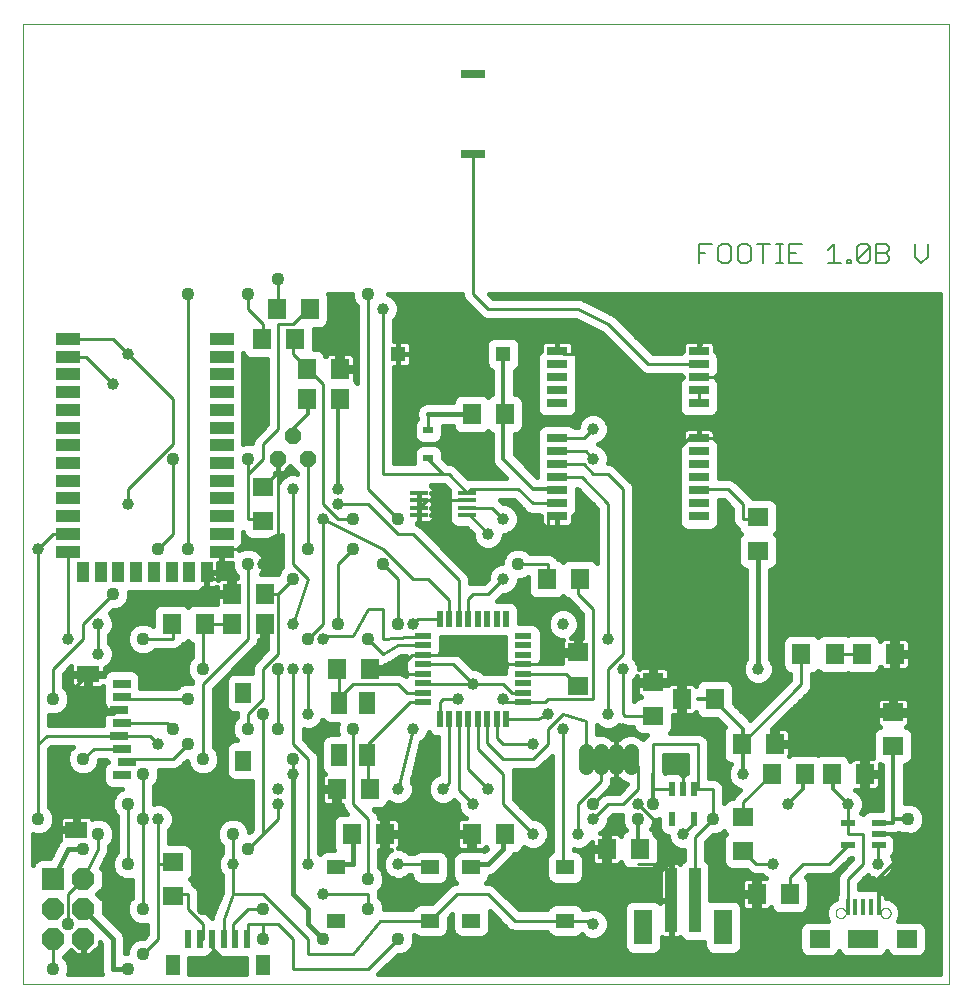
<source format=gtl>
G75*
%MOIN*%
%OFA0B0*%
%FSLAX25Y25*%
%IPPOS*%
%LPD*%
%AMOC8*
5,1,8,0,0,1.08239X$1,22.5*
%
%ADD10C,0.00000*%
%ADD11C,0.00600*%
%ADD12R,0.06299X0.11811*%
%ADD13R,0.03937X0.21654*%
%ADD14R,0.06000X0.01800*%
%ADD15R,0.07874X0.02953*%
%ADD16R,0.01575X0.05709*%
%ADD17R,0.07087X0.05906*%
%ADD18R,0.09843X0.05906*%
%ADD19R,0.06102X0.05118*%
%ADD20OC8,0.05600*%
%ADD21R,0.07087X0.03150*%
%ADD22R,0.05156X0.05156*%
%ADD23R,0.05512X0.07087*%
%ADD24R,0.07480X0.05512*%
%ADD25R,0.05906X0.03150*%
%ADD26R,0.07874X0.03937*%
%ADD27R,0.03937X0.07087*%
%ADD28R,0.04724X0.02165*%
%ADD29R,0.02165X0.04724*%
%ADD30R,0.07400X0.07400*%
%ADD31OC8,0.07400*%
%ADD32R,0.07087X0.06299*%
%ADD33R,0.06299X0.07087*%
%ADD34R,0.03268X0.02480*%
%ADD35R,0.07098X0.06299*%
%ADD36R,0.06299X0.07098*%
%ADD37C,0.05156*%
%ADD38R,0.05800X0.02000*%
%ADD39R,0.02000X0.05800*%
%ADD40R,0.05512X0.07480*%
%ADD41R,0.02362X0.06102*%
%ADD42R,0.04724X0.07087*%
%ADD43C,0.01000*%
%ADD44C,0.03969*%
%ADD45C,0.01200*%
%ADD46C,0.04362*%
%ADD47C,0.01600*%
D10*
X0007896Y0030384D02*
X0007896Y0350344D01*
X0316597Y0350344D01*
X0316597Y0030384D01*
X0007896Y0030384D01*
X0278743Y0054045D02*
X0278745Y0054126D01*
X0278751Y0054208D01*
X0278761Y0054289D01*
X0278775Y0054369D01*
X0278792Y0054448D01*
X0278814Y0054527D01*
X0278839Y0054604D01*
X0278868Y0054681D01*
X0278901Y0054755D01*
X0278938Y0054828D01*
X0278977Y0054899D01*
X0279021Y0054968D01*
X0279067Y0055035D01*
X0279117Y0055099D01*
X0279170Y0055161D01*
X0279226Y0055221D01*
X0279284Y0055277D01*
X0279346Y0055331D01*
X0279410Y0055382D01*
X0279476Y0055429D01*
X0279544Y0055473D01*
X0279615Y0055514D01*
X0279687Y0055551D01*
X0279762Y0055585D01*
X0279837Y0055615D01*
X0279915Y0055641D01*
X0279993Y0055664D01*
X0280072Y0055682D01*
X0280152Y0055697D01*
X0280233Y0055708D01*
X0280314Y0055715D01*
X0280396Y0055718D01*
X0280477Y0055717D01*
X0280558Y0055712D01*
X0280639Y0055703D01*
X0280720Y0055690D01*
X0280800Y0055673D01*
X0280878Y0055653D01*
X0280956Y0055628D01*
X0281033Y0055600D01*
X0281108Y0055568D01*
X0281181Y0055533D01*
X0281252Y0055494D01*
X0281322Y0055451D01*
X0281389Y0055406D01*
X0281455Y0055357D01*
X0281517Y0055305D01*
X0281577Y0055249D01*
X0281634Y0055191D01*
X0281689Y0055131D01*
X0281740Y0055067D01*
X0281788Y0055002D01*
X0281833Y0054934D01*
X0281875Y0054864D01*
X0281913Y0054792D01*
X0281948Y0054718D01*
X0281979Y0054643D01*
X0282006Y0054566D01*
X0282029Y0054488D01*
X0282049Y0054409D01*
X0282065Y0054329D01*
X0282077Y0054248D01*
X0282085Y0054167D01*
X0282089Y0054086D01*
X0282089Y0054004D01*
X0282085Y0053923D01*
X0282077Y0053842D01*
X0282065Y0053761D01*
X0282049Y0053681D01*
X0282029Y0053602D01*
X0282006Y0053524D01*
X0281979Y0053447D01*
X0281948Y0053372D01*
X0281913Y0053298D01*
X0281875Y0053226D01*
X0281833Y0053156D01*
X0281788Y0053088D01*
X0281740Y0053023D01*
X0281689Y0052959D01*
X0281634Y0052899D01*
X0281577Y0052841D01*
X0281517Y0052785D01*
X0281455Y0052733D01*
X0281389Y0052684D01*
X0281322Y0052639D01*
X0281253Y0052596D01*
X0281181Y0052557D01*
X0281108Y0052522D01*
X0281033Y0052490D01*
X0280956Y0052462D01*
X0280878Y0052437D01*
X0280800Y0052417D01*
X0280720Y0052400D01*
X0280639Y0052387D01*
X0280558Y0052378D01*
X0280477Y0052373D01*
X0280396Y0052372D01*
X0280314Y0052375D01*
X0280233Y0052382D01*
X0280152Y0052393D01*
X0280072Y0052408D01*
X0279993Y0052426D01*
X0279915Y0052449D01*
X0279837Y0052475D01*
X0279762Y0052505D01*
X0279687Y0052539D01*
X0279615Y0052576D01*
X0279544Y0052617D01*
X0279476Y0052661D01*
X0279410Y0052708D01*
X0279346Y0052759D01*
X0279284Y0052813D01*
X0279226Y0052869D01*
X0279170Y0052929D01*
X0279117Y0052991D01*
X0279067Y0053055D01*
X0279021Y0053122D01*
X0278977Y0053191D01*
X0278938Y0053262D01*
X0278901Y0053335D01*
X0278868Y0053409D01*
X0278839Y0053486D01*
X0278814Y0053563D01*
X0278792Y0053642D01*
X0278775Y0053721D01*
X0278761Y0053801D01*
X0278751Y0053882D01*
X0278745Y0053964D01*
X0278743Y0054045D01*
X0293703Y0054045D02*
X0293705Y0054126D01*
X0293711Y0054208D01*
X0293721Y0054289D01*
X0293735Y0054369D01*
X0293752Y0054448D01*
X0293774Y0054527D01*
X0293799Y0054604D01*
X0293828Y0054681D01*
X0293861Y0054755D01*
X0293898Y0054828D01*
X0293937Y0054899D01*
X0293981Y0054968D01*
X0294027Y0055035D01*
X0294077Y0055099D01*
X0294130Y0055161D01*
X0294186Y0055221D01*
X0294244Y0055277D01*
X0294306Y0055331D01*
X0294370Y0055382D01*
X0294436Y0055429D01*
X0294504Y0055473D01*
X0294575Y0055514D01*
X0294647Y0055551D01*
X0294722Y0055585D01*
X0294797Y0055615D01*
X0294875Y0055641D01*
X0294953Y0055664D01*
X0295032Y0055682D01*
X0295112Y0055697D01*
X0295193Y0055708D01*
X0295274Y0055715D01*
X0295356Y0055718D01*
X0295437Y0055717D01*
X0295518Y0055712D01*
X0295599Y0055703D01*
X0295680Y0055690D01*
X0295760Y0055673D01*
X0295838Y0055653D01*
X0295916Y0055628D01*
X0295993Y0055600D01*
X0296068Y0055568D01*
X0296141Y0055533D01*
X0296212Y0055494D01*
X0296282Y0055451D01*
X0296349Y0055406D01*
X0296415Y0055357D01*
X0296477Y0055305D01*
X0296537Y0055249D01*
X0296594Y0055191D01*
X0296649Y0055131D01*
X0296700Y0055067D01*
X0296748Y0055002D01*
X0296793Y0054934D01*
X0296835Y0054864D01*
X0296873Y0054792D01*
X0296908Y0054718D01*
X0296939Y0054643D01*
X0296966Y0054566D01*
X0296989Y0054488D01*
X0297009Y0054409D01*
X0297025Y0054329D01*
X0297037Y0054248D01*
X0297045Y0054167D01*
X0297049Y0054086D01*
X0297049Y0054004D01*
X0297045Y0053923D01*
X0297037Y0053842D01*
X0297025Y0053761D01*
X0297009Y0053681D01*
X0296989Y0053602D01*
X0296966Y0053524D01*
X0296939Y0053447D01*
X0296908Y0053372D01*
X0296873Y0053298D01*
X0296835Y0053226D01*
X0296793Y0053156D01*
X0296748Y0053088D01*
X0296700Y0053023D01*
X0296649Y0052959D01*
X0296594Y0052899D01*
X0296537Y0052841D01*
X0296477Y0052785D01*
X0296415Y0052733D01*
X0296349Y0052684D01*
X0296282Y0052639D01*
X0296213Y0052596D01*
X0296141Y0052557D01*
X0296068Y0052522D01*
X0295993Y0052490D01*
X0295916Y0052462D01*
X0295838Y0052437D01*
X0295760Y0052417D01*
X0295680Y0052400D01*
X0295599Y0052387D01*
X0295518Y0052378D01*
X0295437Y0052373D01*
X0295356Y0052372D01*
X0295274Y0052375D01*
X0295193Y0052382D01*
X0295112Y0052393D01*
X0295032Y0052408D01*
X0294953Y0052426D01*
X0294875Y0052449D01*
X0294797Y0052475D01*
X0294722Y0052505D01*
X0294647Y0052539D01*
X0294575Y0052576D01*
X0294504Y0052617D01*
X0294436Y0052661D01*
X0294370Y0052708D01*
X0294306Y0052759D01*
X0294244Y0052813D01*
X0294186Y0052869D01*
X0294130Y0052929D01*
X0294077Y0052991D01*
X0294027Y0053055D01*
X0293981Y0053122D01*
X0293937Y0053191D01*
X0293898Y0053262D01*
X0293861Y0053335D01*
X0293828Y0053409D01*
X0293799Y0053486D01*
X0293774Y0053563D01*
X0293752Y0053642D01*
X0293735Y0053721D01*
X0293721Y0053801D01*
X0293711Y0053882D01*
X0293705Y0053964D01*
X0293703Y0054045D01*
D11*
X0292280Y0270684D02*
X0295483Y0270684D01*
X0296550Y0271751D01*
X0296550Y0272819D01*
X0295483Y0273887D01*
X0292280Y0273887D01*
X0290105Y0276022D02*
X0285834Y0271751D01*
X0286902Y0270684D01*
X0289037Y0270684D01*
X0290105Y0271751D01*
X0290105Y0276022D01*
X0289037Y0277089D01*
X0286902Y0277089D01*
X0285834Y0276022D01*
X0285834Y0271751D01*
X0283679Y0271751D02*
X0283679Y0270684D01*
X0282612Y0270684D01*
X0282612Y0271751D01*
X0283679Y0271751D01*
X0280436Y0270684D02*
X0276166Y0270684D01*
X0278301Y0270684D02*
X0278301Y0277089D01*
X0276166Y0274954D01*
X0267545Y0277089D02*
X0263275Y0277089D01*
X0263275Y0270684D01*
X0267545Y0270684D01*
X0265410Y0273887D02*
X0263275Y0273887D01*
X0261113Y0277089D02*
X0258978Y0277089D01*
X0260046Y0277089D02*
X0260046Y0270684D01*
X0261113Y0270684D02*
X0258978Y0270684D01*
X0256803Y0277089D02*
X0252533Y0277089D01*
X0254668Y0277089D02*
X0254668Y0270684D01*
X0250357Y0271751D02*
X0250357Y0276022D01*
X0249290Y0277089D01*
X0247155Y0277089D01*
X0246087Y0276022D01*
X0246087Y0271751D01*
X0247155Y0270684D01*
X0249290Y0270684D01*
X0250357Y0271751D01*
X0243912Y0271751D02*
X0243912Y0276022D01*
X0242844Y0277089D01*
X0240709Y0277089D01*
X0239642Y0276022D01*
X0239642Y0271751D01*
X0240709Y0270684D01*
X0242844Y0270684D01*
X0243912Y0271751D01*
X0237466Y0277089D02*
X0233196Y0277089D01*
X0233196Y0270684D01*
X0233196Y0273887D02*
X0235331Y0273887D01*
X0292280Y0277089D02*
X0292280Y0270684D01*
X0295483Y0273887D02*
X0296550Y0274954D01*
X0296550Y0276022D01*
X0295483Y0277089D01*
X0292280Y0277089D01*
X0305171Y0277089D02*
X0305171Y0272819D01*
X0307306Y0270684D01*
X0309441Y0272819D01*
X0309441Y0277089D01*
D12*
X0241282Y0049321D03*
X0214510Y0049321D03*
D13*
X0223959Y0058258D03*
X0231833Y0058258D03*
D14*
X0155896Y0186584D03*
X0155896Y0189084D03*
X0155896Y0191684D03*
X0155896Y0194184D03*
X0139896Y0194184D03*
X0139896Y0191684D03*
X0139896Y0189084D03*
X0139896Y0186584D03*
D15*
X0157896Y0306998D03*
X0157896Y0333770D03*
D16*
X0282778Y0056112D03*
X0285337Y0056112D03*
X0287896Y0056112D03*
X0290455Y0056112D03*
X0293014Y0056112D03*
D17*
X0302404Y0045384D03*
X0273388Y0045384D03*
D18*
X0287896Y0045384D03*
D19*
X0188546Y0051526D03*
X0188546Y0069242D03*
X0157246Y0069242D03*
X0143546Y0069242D03*
X0143546Y0051526D03*
X0157246Y0051526D03*
X0112246Y0051526D03*
X0112246Y0069242D03*
D20*
X0102896Y0205384D03*
X0097896Y0212884D03*
X0092896Y0205384D03*
D21*
X0185849Y0203573D03*
X0185849Y0199242D03*
X0185849Y0194911D03*
X0185849Y0190581D03*
X0185849Y0186250D03*
X0185849Y0207904D03*
X0185849Y0212234D03*
X0185849Y0224045D03*
X0185849Y0228376D03*
X0185849Y0232707D03*
X0185849Y0237037D03*
X0185849Y0241368D03*
X0233093Y0241368D03*
X0233093Y0237037D03*
X0233093Y0232707D03*
X0233093Y0228376D03*
X0233093Y0224045D03*
X0233093Y0212234D03*
X0233093Y0207904D03*
X0233093Y0203573D03*
X0233093Y0199242D03*
X0233093Y0194911D03*
X0233093Y0190581D03*
X0233093Y0186250D03*
D22*
X0167896Y0240384D03*
X0132896Y0240384D03*
D23*
X0081321Y0127313D03*
X0081321Y0104872D03*
D24*
X0029550Y0133612D03*
X0025613Y0081841D03*
D25*
X0040770Y0100187D03*
X0042345Y0104518D03*
X0040770Y0108848D03*
X0039983Y0113179D03*
X0040770Y0117510D03*
X0039983Y0121841D03*
X0040770Y0126171D03*
X0040770Y0130502D03*
D26*
X0022896Y0174518D03*
X0022896Y0180423D03*
X0022896Y0186329D03*
X0022896Y0192234D03*
X0022896Y0198140D03*
X0022896Y0204045D03*
X0022896Y0209951D03*
X0022896Y0215856D03*
X0022896Y0221762D03*
X0022896Y0227667D03*
X0022896Y0233573D03*
X0022896Y0239478D03*
X0022896Y0245384D03*
X0074077Y0245384D03*
X0074077Y0239478D03*
X0074077Y0233573D03*
X0074077Y0227667D03*
X0074077Y0221762D03*
X0074077Y0215856D03*
X0074077Y0209951D03*
X0074077Y0204045D03*
X0074077Y0198140D03*
X0074077Y0192234D03*
X0074077Y0186329D03*
X0074077Y0180423D03*
X0074077Y0174518D03*
D27*
X0069156Y0167628D03*
X0063250Y0167628D03*
X0057345Y0167628D03*
X0051439Y0167628D03*
X0045534Y0167628D03*
X0039628Y0167628D03*
X0033723Y0167628D03*
X0027817Y0167628D03*
D28*
X0282778Y0084124D03*
X0282778Y0076644D03*
X0293015Y0076644D03*
X0293015Y0080384D03*
X0293015Y0084124D03*
D29*
X0231636Y0085265D03*
X0224156Y0085265D03*
X0224156Y0095502D03*
X0227896Y0095502D03*
X0231636Y0095502D03*
D30*
X0017896Y0065384D03*
D31*
X0027896Y0065384D03*
X0027896Y0055384D03*
X0017896Y0055384D03*
X0017896Y0045384D03*
X0027896Y0045384D03*
D32*
X0057896Y0059872D03*
X0057896Y0070896D03*
X0087896Y0184872D03*
X0087896Y0195896D03*
X0192896Y0140896D03*
X0192896Y0129872D03*
X0252896Y0174872D03*
X0252896Y0185896D03*
X0297896Y0120896D03*
X0297896Y0109872D03*
D33*
X0288408Y0100384D03*
X0277384Y0100384D03*
X0268408Y0100384D03*
X0257384Y0100384D03*
X0258408Y0110384D03*
X0247384Y0110384D03*
X0238408Y0125384D03*
X0227384Y0125384D03*
X0193408Y0165384D03*
X0182384Y0165384D03*
X0168408Y0220384D03*
X0157384Y0220384D03*
X0113408Y0225384D03*
X0113408Y0235384D03*
X0102384Y0235384D03*
X0102384Y0225384D03*
X0098408Y0245384D03*
X0087384Y0245384D03*
X0092384Y0255384D03*
X0103408Y0255384D03*
X0088408Y0160384D03*
X0088408Y0150384D03*
X0077384Y0150384D03*
X0068408Y0150384D03*
X0077384Y0160384D03*
X0057384Y0150384D03*
X0112384Y0135384D03*
X0123408Y0135384D03*
X0123408Y0095384D03*
X0112384Y0095384D03*
X0117384Y0080384D03*
X0128408Y0080384D03*
X0157384Y0080384D03*
X0168408Y0080384D03*
X0202384Y0075384D03*
X0213408Y0075384D03*
X0252384Y0060384D03*
X0263408Y0060384D03*
X0287384Y0140384D03*
X0298408Y0140384D03*
D34*
X0142896Y0205856D03*
X0142896Y0214911D03*
D35*
X0217896Y0130982D03*
X0217896Y0119785D03*
X0247896Y0085982D03*
X0247896Y0074785D03*
D36*
X0267298Y0140384D03*
X0278494Y0140384D03*
D37*
X0210396Y0107962D02*
X0210396Y0102806D01*
X0205396Y0102806D02*
X0205396Y0107962D01*
X0200396Y0107962D02*
X0200396Y0102806D01*
X0195396Y0102806D02*
X0195396Y0107962D01*
D38*
X0174596Y0124384D03*
X0174596Y0127484D03*
X0174596Y0130684D03*
X0174596Y0133784D03*
X0174596Y0136984D03*
X0174596Y0140084D03*
X0174596Y0143284D03*
X0174596Y0146384D03*
X0141196Y0146384D03*
X0141196Y0143284D03*
X0141196Y0140084D03*
X0141196Y0136984D03*
X0141196Y0133784D03*
X0141196Y0130684D03*
X0141196Y0127484D03*
X0141196Y0124384D03*
D39*
X0146896Y0118684D03*
X0149996Y0118684D03*
X0153196Y0118684D03*
X0156296Y0118684D03*
X0159496Y0118684D03*
X0162596Y0118684D03*
X0165796Y0118684D03*
X0168896Y0118684D03*
X0168896Y0152084D03*
X0165796Y0152084D03*
X0162596Y0152084D03*
X0159496Y0152084D03*
X0156296Y0152084D03*
X0153196Y0152084D03*
X0149996Y0152084D03*
X0146896Y0152084D03*
D40*
X0122620Y0124045D03*
X0113172Y0124045D03*
X0113172Y0106722D03*
X0122620Y0106722D03*
D41*
X0082581Y0045384D03*
X0078644Y0045384D03*
X0074707Y0045384D03*
X0070770Y0045384D03*
X0066833Y0045384D03*
X0062896Y0045384D03*
D42*
X0057778Y0036624D03*
X0087699Y0036624D03*
D43*
X0087896Y0045384D02*
X0087896Y0050384D01*
X0092896Y0050384D01*
X0097896Y0045384D01*
X0097896Y0035384D01*
X0122896Y0035384D01*
X0132896Y0045384D01*
X0126754Y0051526D02*
X0117896Y0040384D01*
X0102896Y0040384D01*
X0102896Y0045384D01*
X0087896Y0060384D01*
X0077896Y0060384D01*
X0074707Y0052195D01*
X0074707Y0045384D01*
X0077896Y0045384D02*
X0078644Y0045384D01*
X0077896Y0045384D02*
X0077896Y0050384D01*
X0082896Y0055384D01*
X0087896Y0055384D01*
X0087896Y0050384D02*
X0082896Y0050384D01*
X0082896Y0045384D01*
X0082581Y0045384D01*
X0077896Y0035384D02*
X0070770Y0042510D01*
X0070770Y0045384D01*
X0067896Y0045384D02*
X0066833Y0045384D01*
X0067896Y0045384D02*
X0067896Y0050384D01*
X0062896Y0055384D01*
X0062896Y0060384D01*
X0057896Y0060384D01*
X0057896Y0059872D01*
X0057896Y0070384D02*
X0052896Y0070384D01*
X0052896Y0045384D01*
X0047896Y0040384D01*
X0047896Y0055384D02*
X0047896Y0085384D01*
X0047896Y0100384D01*
X0042345Y0104518D02*
X0042896Y0105384D01*
X0057896Y0105384D01*
X0062896Y0110384D01*
X0057896Y0115384D02*
X0055770Y0117510D01*
X0040770Y0117510D01*
X0037896Y0120384D02*
X0022896Y0120384D01*
X0022896Y0126959D01*
X0029550Y0133612D01*
X0032896Y0140384D02*
X0032896Y0150384D01*
X0027896Y0150384D02*
X0027896Y0145384D01*
X0017896Y0135384D01*
X0017896Y0125384D01*
X0015691Y0113179D02*
X0012896Y0110384D01*
X0012896Y0085384D01*
X0027896Y0105384D02*
X0031361Y0108848D01*
X0040770Y0108848D01*
X0039983Y0113179D02*
X0050101Y0113179D01*
X0052896Y0110384D01*
X0039983Y0113179D02*
X0015691Y0113179D01*
X0012896Y0110384D02*
X0012896Y0175384D01*
X0017896Y0180384D01*
X0022896Y0180384D01*
X0022896Y0180423D01*
X0022896Y0175384D02*
X0022896Y0174518D01*
X0022896Y0145384D01*
X0027896Y0150384D02*
X0037896Y0160384D01*
X0047896Y0145384D02*
X0057896Y0145384D01*
X0057896Y0150384D01*
X0057384Y0150384D01*
X0067896Y0150384D02*
X0067896Y0135384D01*
X0067896Y0130384D02*
X0082896Y0145384D01*
X0082896Y0170384D01*
X0082896Y0175384D02*
X0074943Y0175384D01*
X0074077Y0174518D01*
X0074077Y0166565D01*
X0072896Y0165384D01*
X0071400Y0165384D01*
X0069156Y0167628D01*
X0062896Y0175384D02*
X0062896Y0260384D01*
X0082896Y0260384D02*
X0082896Y0255384D01*
X0087896Y0250384D01*
X0087896Y0245384D01*
X0087384Y0245384D01*
X0092896Y0250384D02*
X0092896Y0215384D01*
X0087896Y0210384D01*
X0087896Y0205384D01*
X0082896Y0200384D01*
X0082896Y0205384D01*
X0082896Y0200384D02*
X0082896Y0185384D01*
X0087896Y0185384D01*
X0087896Y0184872D01*
X0092896Y0180384D02*
X0082896Y0175384D01*
X0092896Y0180384D02*
X0092896Y0205384D01*
X0092896Y0200896D01*
X0087896Y0195896D01*
X0097896Y0195384D02*
X0097896Y0170384D01*
X0102896Y0165384D01*
X0097896Y0150384D01*
X0102896Y0145384D02*
X0107896Y0150384D01*
X0107896Y0185384D01*
X0127996Y0175284D01*
X0137896Y0165384D01*
X0142896Y0165384D01*
X0149996Y0158284D01*
X0149996Y0152084D01*
X0146896Y0152084D02*
X0139596Y0152084D01*
X0137896Y0150384D01*
X0141196Y0146384D02*
X0127896Y0145384D01*
X0127896Y0155384D01*
X0122896Y0155384D01*
X0117896Y0146384D01*
X0108896Y0146384D01*
X0107896Y0145384D01*
X0112896Y0150384D02*
X0112896Y0170384D01*
X0117896Y0175384D01*
X0117896Y0185384D02*
X0112896Y0185384D01*
X0107896Y0190384D01*
X0107896Y0230384D01*
X0102896Y0235384D01*
X0102384Y0235384D01*
X0102896Y0235384D02*
X0097896Y0240384D01*
X0097896Y0245384D01*
X0098408Y0245384D01*
X0097896Y0250384D02*
X0092896Y0250384D01*
X0092896Y0255384D02*
X0092384Y0255384D01*
X0092896Y0255384D02*
X0092896Y0265384D01*
X0102896Y0255384D02*
X0103408Y0255384D01*
X0102896Y0255384D02*
X0097896Y0250384D01*
X0107896Y0245384D02*
X0112896Y0245384D01*
X0113408Y0244872D01*
X0113408Y0235384D01*
X0132896Y0240384D02*
X0132896Y0245384D01*
X0127896Y0255384D02*
X0127896Y0200384D01*
X0147896Y0200384D01*
X0142896Y0205384D01*
X0142896Y0205856D01*
X0147896Y0200384D02*
X0149696Y0200384D01*
X0155896Y0194184D01*
X0157096Y0195384D01*
X0172896Y0195384D01*
X0177699Y0190581D01*
X0185849Y0190581D01*
X0185849Y0186250D02*
X0182896Y0185384D01*
X0182896Y0175384D01*
X0182896Y0170384D02*
X0182896Y0165384D01*
X0182384Y0165384D01*
X0182896Y0170384D02*
X0172896Y0170384D01*
X0167896Y0165384D02*
X0162896Y0160384D01*
X0157896Y0160384D01*
X0156296Y0158784D01*
X0156296Y0152084D01*
X0153196Y0152084D02*
X0153196Y0165084D01*
X0137896Y0180384D01*
X0132896Y0180384D01*
X0122896Y0190384D01*
X0112896Y0190384D01*
X0122896Y0195384D02*
X0122896Y0260384D01*
X0157896Y0260384D02*
X0157896Y0306998D01*
X0157896Y0260384D02*
X0162896Y0255384D01*
X0192896Y0255384D01*
X0202896Y0250384D01*
X0216243Y0237037D01*
X0233093Y0237037D01*
X0233093Y0232707D02*
X0240573Y0232707D01*
X0233093Y0241368D02*
X0233095Y0241492D01*
X0233101Y0241615D01*
X0233110Y0241739D01*
X0233123Y0241862D01*
X0233141Y0241984D01*
X0233161Y0242106D01*
X0233186Y0242227D01*
X0233214Y0242348D01*
X0233246Y0242467D01*
X0233282Y0242585D01*
X0233321Y0242703D01*
X0233364Y0242819D01*
X0233411Y0242933D01*
X0233461Y0243047D01*
X0233514Y0243158D01*
X0233571Y0243268D01*
X0233631Y0243376D01*
X0233695Y0243482D01*
X0233761Y0243586D01*
X0233831Y0243688D01*
X0233904Y0243788D01*
X0233980Y0243886D01*
X0234059Y0243981D01*
X0234141Y0244074D01*
X0234226Y0244164D01*
X0234313Y0244251D01*
X0234403Y0244336D01*
X0234496Y0244418D01*
X0234591Y0244497D01*
X0234689Y0244573D01*
X0234789Y0244646D01*
X0234891Y0244716D01*
X0234995Y0244782D01*
X0235101Y0244846D01*
X0235209Y0244906D01*
X0235319Y0244963D01*
X0235430Y0245016D01*
X0235544Y0245066D01*
X0235658Y0245113D01*
X0235774Y0245156D01*
X0235892Y0245195D01*
X0236010Y0245231D01*
X0236129Y0245263D01*
X0236250Y0245291D01*
X0236371Y0245316D01*
X0236493Y0245336D01*
X0236615Y0245354D01*
X0236738Y0245367D01*
X0236862Y0245376D01*
X0236985Y0245382D01*
X0237109Y0245384D01*
X0233093Y0228376D02*
X0233093Y0224045D01*
X0233093Y0212234D02*
X0229746Y0212234D01*
X0217896Y0200384D01*
X0217896Y0175384D01*
X0202896Y0190384D02*
X0202896Y0145384D01*
X0207896Y0140384D02*
X0202896Y0135384D01*
X0202896Y0120384D01*
X0207896Y0120384D02*
X0208494Y0119785D01*
X0217896Y0119785D01*
X0217896Y0110384D02*
X0217896Y0100384D01*
X0218015Y0095502D02*
X0217896Y0095384D01*
X0218015Y0095502D02*
X0224156Y0095502D01*
X0227896Y0095384D02*
X0227896Y0105384D01*
X0232896Y0110384D02*
X0232896Y0095384D01*
X0231755Y0095384D01*
X0231636Y0095502D01*
X0232896Y0095384D02*
X0237896Y0095384D01*
X0237896Y0085384D01*
X0231833Y0079321D01*
X0231833Y0058258D01*
X0223959Y0058258D02*
X0223959Y0074321D01*
X0217896Y0080384D01*
X0217896Y0085384D01*
X0212896Y0090384D01*
X0212896Y0095384D02*
X0207896Y0090384D01*
X0202896Y0090384D01*
X0197896Y0085384D01*
X0197896Y0090384D02*
X0205396Y0097884D01*
X0205396Y0105384D01*
X0205396Y0112884D01*
X0202896Y0115384D01*
X0207896Y0120384D02*
X0207896Y0135384D01*
X0207896Y0140384D02*
X0207896Y0195384D01*
X0202896Y0200384D01*
X0197896Y0200384D01*
X0194707Y0203573D01*
X0185849Y0203573D01*
X0185849Y0199242D02*
X0194038Y0199242D01*
X0202896Y0190384D01*
X0197896Y0205384D02*
X0195376Y0207904D01*
X0185849Y0207904D01*
X0185849Y0212234D02*
X0194746Y0212234D01*
X0197896Y0215384D01*
X0192896Y0240384D02*
X0187896Y0240384D01*
X0192896Y0240384D02*
X0192896Y0245384D01*
X0233093Y0212234D02*
X0239746Y0212234D01*
X0247896Y0220384D01*
X0247896Y0225384D01*
X0252896Y0225384D01*
X0252896Y0245384D01*
X0240573Y0232707D02*
X0240815Y0232765D01*
X0241058Y0232818D01*
X0241302Y0232864D01*
X0241548Y0232905D01*
X0241794Y0232939D01*
X0242041Y0232967D01*
X0242289Y0232990D01*
X0242537Y0233006D01*
X0242786Y0233016D01*
X0243035Y0233020D01*
X0243283Y0233018D01*
X0243532Y0233010D01*
X0243780Y0232995D01*
X0244028Y0232975D01*
X0244276Y0232948D01*
X0244522Y0232916D01*
X0244768Y0232877D01*
X0245013Y0232833D01*
X0245256Y0232782D01*
X0245499Y0232725D01*
X0245739Y0232663D01*
X0245979Y0232595D01*
X0246216Y0232520D01*
X0246452Y0232440D01*
X0246685Y0232355D01*
X0246916Y0232263D01*
X0247145Y0232166D01*
X0247372Y0232063D01*
X0247596Y0231955D01*
X0247817Y0231841D01*
X0248036Y0231722D01*
X0248251Y0231598D01*
X0248463Y0231468D01*
X0248672Y0231333D01*
X0248878Y0231193D01*
X0249080Y0231048D01*
X0249279Y0230898D01*
X0249474Y0230743D01*
X0249664Y0230584D01*
X0249851Y0230420D01*
X0250034Y0230251D01*
X0250213Y0230078D01*
X0250387Y0229901D01*
X0250557Y0229719D01*
X0250723Y0229534D01*
X0250884Y0229344D01*
X0251040Y0229150D01*
X0251191Y0228953D01*
X0251338Y0228752D01*
X0251479Y0228547D01*
X0251616Y0228339D01*
X0251747Y0228128D01*
X0251873Y0227913D01*
X0251994Y0227696D01*
X0252109Y0227475D01*
X0252219Y0227252D01*
X0252324Y0227027D01*
X0252423Y0226798D01*
X0252516Y0226568D01*
X0252604Y0226335D01*
X0252685Y0226100D01*
X0252761Y0225863D01*
X0252832Y0225624D01*
X0252896Y0225384D01*
X0242896Y0195384D02*
X0232896Y0195384D01*
X0233093Y0194911D01*
X0242896Y0195384D02*
X0247896Y0190384D01*
X0247896Y0185384D01*
X0252896Y0185384D01*
X0267298Y0140384D02*
X0267298Y0130297D01*
X0247384Y0110384D01*
X0257384Y0100384D02*
X0247896Y0090896D01*
X0247896Y0085982D01*
X0247896Y0074785D02*
X0252298Y0070384D01*
X0257896Y0070384D01*
X0263408Y0065896D02*
X0263408Y0060384D01*
X0263408Y0065896D02*
X0267896Y0070384D01*
X0276518Y0070384D01*
X0282778Y0076644D01*
X0282778Y0080384D02*
X0282778Y0084124D01*
X0282778Y0080384D02*
X0282896Y0080384D01*
X0282896Y0090384D01*
X0282896Y0080384D02*
X0287896Y0080384D01*
X0287896Y0070384D01*
X0282896Y0065384D01*
X0282896Y0061112D01*
X0282778Y0056112D01*
X0292896Y0070384D02*
X0292896Y0076525D01*
X0293015Y0076644D01*
X0292896Y0080384D02*
X0302896Y0080384D01*
X0287384Y0140384D02*
X0278494Y0140384D01*
X0278494Y0139785D01*
X0232896Y0110384D02*
X0217896Y0110384D01*
X0210396Y0105384D02*
X0212896Y0102884D01*
X0212896Y0095384D01*
X0200396Y0097884D02*
X0200396Y0105384D01*
X0195396Y0105384D02*
X0195396Y0117884D01*
X0187896Y0120384D01*
X0182896Y0115384D01*
X0182896Y0110384D01*
X0177896Y0105384D01*
X0167896Y0105384D01*
X0162596Y0110684D01*
X0162596Y0118684D01*
X0159496Y0118684D02*
X0159496Y0108784D01*
X0167896Y0100384D01*
X0167896Y0090384D01*
X0177896Y0080384D01*
X0187896Y0070384D02*
X0188546Y0069242D01*
X0187896Y0070384D02*
X0187896Y0115384D01*
X0182896Y0120384D02*
X0179596Y0118684D01*
X0168896Y0118684D01*
X0165796Y0118684D02*
X0165796Y0112484D01*
X0167896Y0110384D01*
X0177896Y0110384D01*
X0174596Y0124384D02*
X0168896Y0124384D01*
X0167896Y0125384D01*
X0170796Y0127484D02*
X0167896Y0130384D01*
X0157896Y0130384D01*
X0151296Y0136984D01*
X0141196Y0136984D01*
X0141196Y0140084D02*
X0137596Y0140084D01*
X0132896Y0135384D01*
X0132896Y0130384D02*
X0117896Y0130384D01*
X0112896Y0125384D01*
X0112896Y0124321D01*
X0113172Y0124045D01*
X0113172Y0134596D01*
X0112384Y0135384D01*
X0102896Y0135384D02*
X0102896Y0120384D01*
X0092896Y0115384D02*
X0092896Y0135384D01*
X0092896Y0140384D02*
X0092896Y0160384D01*
X0097896Y0165384D01*
X0092896Y0160384D02*
X0088408Y0160384D01*
X0087896Y0160384D01*
X0077896Y0150384D02*
X0077384Y0150384D01*
X0068408Y0150384D01*
X0067896Y0150384D01*
X0067896Y0130384D02*
X0067896Y0105384D01*
X0082896Y0115384D02*
X0082896Y0120384D01*
X0087896Y0125384D01*
X0087896Y0135384D01*
X0092896Y0140384D01*
X0097896Y0135384D02*
X0097896Y0110384D01*
X0102896Y0105384D01*
X0102896Y0070384D01*
X0107896Y0060384D02*
X0122896Y0060384D01*
X0122896Y0055384D01*
X0126754Y0051526D02*
X0143546Y0051526D01*
X0152404Y0060384D01*
X0162896Y0060384D01*
X0171754Y0051526D01*
X0188546Y0051526D01*
X0196754Y0051526D01*
X0197896Y0050384D01*
X0212896Y0070384D02*
X0222896Y0070384D01*
X0217896Y0065384D01*
X0227896Y0080384D02*
X0231636Y0084124D01*
X0231636Y0085265D01*
X0200396Y0097884D02*
X0192896Y0090384D01*
X0192896Y0080384D01*
X0162896Y0095384D02*
X0156296Y0101984D01*
X0156296Y0118684D01*
X0153196Y0118684D02*
X0153196Y0095084D01*
X0157896Y0090384D01*
X0149996Y0097484D02*
X0147896Y0095384D01*
X0149996Y0097484D02*
X0149996Y0118684D01*
X0146896Y0118684D02*
X0146896Y0124384D01*
X0147896Y0125384D01*
X0152896Y0125384D01*
X0157896Y0130384D02*
X0141496Y0130384D01*
X0141196Y0130684D01*
X0141196Y0133784D02*
X0125008Y0133784D01*
X0123408Y0135384D01*
X0127896Y0140384D02*
X0122896Y0145384D01*
X0127896Y0140384D02*
X0132896Y0143284D01*
X0141196Y0143284D01*
X0141196Y0140084D02*
X0157596Y0140084D01*
X0157896Y0140384D01*
X0162896Y0140384D01*
X0166296Y0136984D01*
X0174596Y0136984D01*
X0184496Y0136984D01*
X0187896Y0140384D01*
X0192384Y0140384D01*
X0192896Y0140896D01*
X0188984Y0133784D02*
X0192896Y0129872D01*
X0197896Y0125384D02*
X0197896Y0155384D01*
X0192896Y0160384D01*
X0192896Y0165384D01*
X0193408Y0165384D01*
X0167896Y0185384D02*
X0164196Y0189084D01*
X0155896Y0189084D01*
X0155896Y0186584D02*
X0156696Y0186584D01*
X0162896Y0180384D01*
X0152896Y0175384D02*
X0147896Y0186684D01*
X0142496Y0191684D02*
X0142046Y0191234D01*
X0141596Y0191684D01*
X0139896Y0191684D01*
X0139896Y0194184D01*
X0142496Y0191684D02*
X0155896Y0191684D01*
X0142046Y0191234D02*
X0139896Y0189084D01*
X0139896Y0186584D01*
X0132896Y0185384D02*
X0122896Y0195384D01*
X0102896Y0205384D02*
X0102896Y0175384D01*
X0127896Y0170384D02*
X0132896Y0165384D01*
X0132896Y0150384D01*
X0132896Y0130384D02*
X0135796Y0127484D01*
X0141196Y0127484D01*
X0141196Y0124384D02*
X0136896Y0124384D01*
X0122896Y0110384D01*
X0122896Y0106998D01*
X0122620Y0106722D01*
X0122896Y0106998D02*
X0122896Y0095896D01*
X0123408Y0095384D01*
X0117896Y0090384D02*
X0122896Y0085384D01*
X0122896Y0065384D01*
X0132896Y0070384D02*
X0142896Y0070384D01*
X0143546Y0069242D01*
X0132896Y0095384D02*
X0137896Y0115384D01*
X0117896Y0115384D02*
X0117896Y0090384D01*
X0097896Y0100384D02*
X0097896Y0105384D01*
X0092896Y0090384D02*
X0092896Y0085384D01*
X0087896Y0080384D01*
X0087896Y0120384D01*
X0062896Y0125384D02*
X0042896Y0125384D01*
X0040770Y0126171D01*
X0039983Y0121841D02*
X0039353Y0121841D01*
X0037896Y0120384D01*
X0042896Y0090384D02*
X0042896Y0070384D01*
X0052896Y0070384D02*
X0052896Y0085384D01*
X0057896Y0070896D02*
X0057896Y0070384D01*
X0077896Y0070384D02*
X0077896Y0060384D01*
X0077896Y0070384D02*
X0077896Y0080384D01*
X0082896Y0075384D02*
X0087896Y0080384D01*
X0032896Y0080384D02*
X0032896Y0075384D01*
X0027896Y0065384D01*
X0022896Y0060384D01*
X0022896Y0050384D01*
X0017896Y0045384D02*
X0017896Y0035384D01*
X0052896Y0175384D02*
X0057896Y0180384D01*
X0057896Y0205384D01*
X0057896Y0210384D02*
X0057896Y0225384D01*
X0042896Y0240384D01*
X0037896Y0245384D01*
X0022896Y0245384D01*
X0022896Y0239478D02*
X0028802Y0239478D01*
X0037896Y0230384D01*
X0057896Y0210384D02*
X0042896Y0195384D01*
X0042896Y0190384D01*
X0142896Y0214911D02*
X0142896Y0220384D01*
X0174596Y0133784D02*
X0188984Y0133784D01*
X0182896Y0125384D02*
X0181896Y0124384D01*
X0174596Y0124384D01*
X0174596Y0127484D02*
X0170796Y0127484D01*
X0182896Y0125384D02*
X0197896Y0125384D01*
D44*
X0202896Y0120384D03*
X0207896Y0115384D03*
X0207896Y0135384D03*
X0202896Y0145384D03*
X0187896Y0150384D03*
X0172896Y0160384D03*
X0167896Y0165384D03*
X0162896Y0180384D03*
X0167896Y0185384D03*
X0152896Y0175384D03*
X0137896Y0150384D03*
X0157896Y0130384D03*
X0152896Y0125384D03*
X0137896Y0115384D03*
X0132896Y0095384D03*
X0147896Y0095384D03*
X0157896Y0090384D03*
X0162896Y0095384D03*
X0177896Y0110384D03*
X0182896Y0120384D03*
X0187896Y0115384D03*
X0167896Y0125384D03*
X0197896Y0085384D03*
X0192896Y0080384D03*
X0177896Y0080384D03*
X0197896Y0050384D03*
X0197896Y0040384D03*
X0217896Y0065384D03*
X0227896Y0080384D03*
X0212896Y0090384D03*
X0227896Y0105384D03*
X0247896Y0100384D03*
X0262896Y0090384D03*
X0257896Y0070384D03*
X0282896Y0090384D03*
X0292896Y0070384D03*
X0307896Y0065384D03*
X0252896Y0040384D03*
X0252896Y0125384D03*
X0252896Y0135384D03*
X0267896Y0155384D03*
X0282896Y0175384D03*
X0302896Y0155384D03*
X0297896Y0205384D03*
X0272896Y0230384D03*
X0262896Y0205384D03*
X0242896Y0245384D03*
X0197896Y0215384D03*
X0197896Y0205384D03*
X0182896Y0175384D03*
X0217896Y0175384D03*
X0237896Y0160384D03*
X0222896Y0145384D03*
X0142896Y0080384D03*
X0132896Y0070384D03*
X0107896Y0060384D03*
X0102896Y0070384D03*
X0107896Y0085384D03*
X0092896Y0090384D03*
X0092896Y0095384D03*
X0097896Y0100384D03*
X0102896Y0120384D03*
X0102896Y0135384D03*
X0097896Y0135384D03*
X0107896Y0145384D03*
X0097896Y0150384D03*
X0087896Y0170384D03*
X0107896Y0185384D03*
X0112896Y0190384D03*
X0112896Y0195384D03*
X0097896Y0195384D03*
X0087896Y0220384D03*
X0107896Y0245384D03*
X0127896Y0255384D03*
X0132896Y0245384D03*
X0192896Y0245384D03*
X0297896Y0245384D03*
X0157896Y0040384D03*
X0077896Y0070384D03*
X0052896Y0085384D03*
X0052896Y0110384D03*
X0032896Y0140384D03*
X0032896Y0150384D03*
X0022896Y0145384D03*
X0012896Y0175384D03*
X0042896Y0190384D03*
X0037896Y0230384D03*
X0042896Y0240384D03*
D45*
X0097896Y0215384D02*
X0097896Y0212884D01*
X0097896Y0215384D02*
X0102896Y0220384D01*
X0102896Y0225384D01*
X0102384Y0225384D01*
X0112896Y0225384D02*
X0113408Y0225384D01*
X0112896Y0225384D02*
X0112896Y0195384D01*
X0167896Y0205384D02*
X0167896Y0220384D01*
X0168408Y0220384D01*
X0167896Y0220384D02*
X0167896Y0240384D01*
X0167896Y0205384D02*
X0177896Y0195384D01*
X0182896Y0195384D01*
X0185849Y0194911D01*
X0232896Y0125384D02*
X0238408Y0125384D01*
X0237896Y0125384D01*
X0247896Y0115384D01*
X0247896Y0110384D01*
X0247384Y0110384D01*
X0247896Y0110384D02*
X0247896Y0100384D01*
X0262896Y0090384D02*
X0267896Y0095384D01*
X0267896Y0100384D01*
X0268408Y0100384D01*
X0277384Y0100384D02*
X0277896Y0100384D01*
X0277896Y0095384D01*
X0282896Y0090384D01*
X0293015Y0084124D02*
X0297896Y0084124D01*
X0297896Y0085384D01*
X0302896Y0085384D01*
X0297896Y0085384D02*
X0297896Y0109872D01*
X0297896Y0110384D01*
X0293015Y0080384D02*
X0292896Y0080384D01*
X0293015Y0080384D02*
X0302896Y0080384D01*
X0302896Y0075384D01*
X0292896Y0065384D01*
X0293014Y0065384D01*
X0293014Y0056112D01*
X0217896Y0090384D02*
X0217896Y0095384D01*
X0217896Y0100384D01*
X0212896Y0085384D02*
X0212896Y0075384D01*
X0213408Y0075384D01*
D46*
X0212896Y0085384D03*
X0217896Y0090384D03*
X0237896Y0085384D03*
X0197896Y0090384D03*
X0132896Y0045384D03*
X0122896Y0055384D03*
X0122896Y0065384D03*
X0107896Y0045384D03*
X0087896Y0045384D03*
X0087896Y0055384D03*
X0072896Y0065384D03*
X0067896Y0055384D03*
X0077896Y0035384D03*
X0047896Y0040384D03*
X0042896Y0035384D03*
X0042896Y0050384D03*
X0047896Y0055384D03*
X0042896Y0060384D03*
X0042896Y0070384D03*
X0032896Y0080384D03*
X0027896Y0075384D03*
X0012896Y0085384D03*
X0022896Y0100384D03*
X0027896Y0105384D03*
X0022896Y0120384D03*
X0017896Y0125384D03*
X0047896Y0145384D03*
X0037896Y0160384D03*
X0052896Y0175384D03*
X0062896Y0175384D03*
X0082896Y0170384D03*
X0097896Y0165384D03*
X0102896Y0175384D03*
X0117896Y0175384D03*
X0117896Y0185384D03*
X0127896Y0170384D03*
X0132896Y0185384D03*
X0132896Y0150384D03*
X0122896Y0145384D03*
X0112896Y0150384D03*
X0102896Y0145384D03*
X0092896Y0135384D03*
X0087896Y0120384D03*
X0082896Y0115384D03*
X0092896Y0115384D03*
X0097896Y0105384D03*
X0117896Y0115384D03*
X0082896Y0075384D03*
X0077896Y0080384D03*
X0067896Y0105384D03*
X0062896Y0110384D03*
X0057896Y0115384D03*
X0062896Y0125384D03*
X0067896Y0135384D03*
X0047896Y0100384D03*
X0042896Y0090384D03*
X0047896Y0085384D03*
X0022896Y0050384D03*
X0017896Y0035384D03*
X0057896Y0205384D03*
X0082896Y0205384D03*
X0082896Y0260384D03*
X0092896Y0265384D03*
X0122896Y0260384D03*
X0062896Y0260384D03*
X0172896Y0170384D03*
X0302896Y0085384D03*
D47*
X0306658Y0081536D02*
X0313397Y0081536D01*
X0313397Y0079938D02*
X0297691Y0079938D01*
X0297305Y0080324D02*
X0298652Y0080324D01*
X0299851Y0080821D01*
X0301826Y0080003D01*
X0303966Y0080003D01*
X0305944Y0080822D01*
X0307458Y0082336D01*
X0308277Y0084313D01*
X0308277Y0086454D01*
X0307458Y0088432D01*
X0305944Y0089946D01*
X0303966Y0090765D01*
X0301826Y0090765D01*
X0301696Y0090711D01*
X0301696Y0103522D01*
X0302076Y0103522D01*
X0303252Y0104010D01*
X0304152Y0104910D01*
X0304639Y0106086D01*
X0304639Y0113658D01*
X0304152Y0114834D01*
X0303252Y0115734D01*
X0302264Y0116144D01*
X0302545Y0116306D01*
X0302880Y0116641D01*
X0303117Y0117051D01*
X0303239Y0117509D01*
X0303239Y0120121D01*
X0298671Y0120121D01*
X0298671Y0121670D01*
X0303239Y0121670D01*
X0303239Y0124282D01*
X0303117Y0124740D01*
X0302880Y0125150D01*
X0302545Y0125486D01*
X0302134Y0125723D01*
X0301676Y0125845D01*
X0298671Y0125845D01*
X0298671Y0121671D01*
X0297121Y0121671D01*
X0297121Y0125845D01*
X0294116Y0125845D01*
X0293658Y0125723D01*
X0293248Y0125486D01*
X0292912Y0125150D01*
X0292675Y0124740D01*
X0292553Y0124282D01*
X0292553Y0121670D01*
X0297121Y0121670D01*
X0297121Y0120121D01*
X0292553Y0120121D01*
X0292553Y0117509D01*
X0292675Y0117051D01*
X0292912Y0116641D01*
X0293248Y0116306D01*
X0293528Y0116144D01*
X0292540Y0115734D01*
X0291640Y0114834D01*
X0291153Y0113658D01*
X0291153Y0106086D01*
X0291301Y0105727D01*
X0289183Y0105727D01*
X0289183Y0101159D01*
X0287633Y0101159D01*
X0287633Y0105727D01*
X0285021Y0105727D01*
X0284563Y0105604D01*
X0284153Y0105367D01*
X0283818Y0105032D01*
X0283656Y0104752D01*
X0283247Y0105740D01*
X0282347Y0106640D01*
X0281170Y0107127D01*
X0273598Y0107127D01*
X0272896Y0106836D01*
X0272194Y0107127D01*
X0264622Y0107127D01*
X0263446Y0106640D01*
X0263339Y0106533D01*
X0263357Y0106604D01*
X0263357Y0109609D01*
X0259183Y0109609D01*
X0259183Y0111159D01*
X0257633Y0111159D01*
X0257633Y0115400D01*
X0270434Y0128201D01*
X0270998Y0129561D01*
X0270998Y0133635D01*
X0271084Y0133635D01*
X0272260Y0134122D01*
X0272896Y0134758D01*
X0273532Y0134122D01*
X0274708Y0133635D01*
X0282281Y0133635D01*
X0282946Y0133910D01*
X0283598Y0133641D01*
X0291170Y0133641D01*
X0292347Y0134128D01*
X0293247Y0135028D01*
X0293656Y0136016D01*
X0293818Y0135735D01*
X0294153Y0135400D01*
X0294563Y0135163D01*
X0295021Y0135041D01*
X0297633Y0135041D01*
X0297633Y0139609D01*
X0299183Y0139609D01*
X0299183Y0141159D01*
X0297633Y0141159D01*
X0297633Y0145727D01*
X0295021Y0145727D01*
X0294563Y0145604D01*
X0294153Y0145367D01*
X0293818Y0145032D01*
X0293656Y0144752D01*
X0293247Y0145740D01*
X0292347Y0146640D01*
X0291170Y0147127D01*
X0283598Y0147127D01*
X0282946Y0146857D01*
X0282281Y0147133D01*
X0274708Y0147133D01*
X0273532Y0146646D01*
X0272896Y0146010D01*
X0272260Y0146646D01*
X0271084Y0147133D01*
X0263512Y0147133D01*
X0262335Y0146646D01*
X0261435Y0145746D01*
X0260948Y0144570D01*
X0260948Y0136198D01*
X0261435Y0135022D01*
X0262335Y0134122D01*
X0263512Y0133635D01*
X0263598Y0133635D01*
X0263598Y0131830D01*
X0250211Y0118443D01*
X0250049Y0118605D01*
X0244757Y0123896D01*
X0244757Y0129564D01*
X0244270Y0130740D01*
X0243370Y0131640D01*
X0242194Y0132127D01*
X0234622Y0132127D01*
X0233446Y0131640D01*
X0232545Y0130740D01*
X0232136Y0129752D01*
X0231974Y0130032D01*
X0231639Y0130367D01*
X0231229Y0130604D01*
X0230771Y0130727D01*
X0228159Y0130727D01*
X0228159Y0126159D01*
X0226609Y0126159D01*
X0226609Y0130727D01*
X0223998Y0130727D01*
X0223540Y0130604D01*
X0223129Y0130367D01*
X0222969Y0130207D01*
X0218671Y0130207D01*
X0218671Y0131757D01*
X0223245Y0131757D01*
X0223245Y0134369D01*
X0223123Y0134827D01*
X0222886Y0135237D01*
X0222550Y0135572D01*
X0222140Y0135809D01*
X0221682Y0135932D01*
X0218671Y0135932D01*
X0218671Y0131757D01*
X0217121Y0131757D01*
X0217121Y0130207D01*
X0212547Y0130207D01*
X0212547Y0127596D01*
X0212670Y0127138D01*
X0212906Y0126727D01*
X0213242Y0126392D01*
X0213652Y0126155D01*
X0213728Y0126135D01*
X0213710Y0126135D01*
X0212534Y0125648D01*
X0211634Y0124748D01*
X0211596Y0124656D01*
X0211596Y0131752D01*
X0212291Y0132447D01*
X0212547Y0133065D01*
X0212547Y0131757D01*
X0217121Y0131757D01*
X0217121Y0135932D01*
X0214110Y0135932D01*
X0213652Y0135809D01*
X0213242Y0135572D01*
X0213080Y0135411D01*
X0213080Y0136415D01*
X0212291Y0138320D01*
X0211411Y0139201D01*
X0211596Y0139648D01*
X0211596Y0196120D01*
X0211033Y0197480D01*
X0209992Y0198521D01*
X0204992Y0203521D01*
X0203632Y0204084D01*
X0202969Y0204084D01*
X0203080Y0204353D01*
X0203080Y0206415D01*
X0202291Y0208320D01*
X0200833Y0209779D01*
X0199372Y0210384D01*
X0200833Y0210989D01*
X0202291Y0212447D01*
X0203080Y0214353D01*
X0203080Y0216415D01*
X0202291Y0218320D01*
X0200833Y0219779D01*
X0198927Y0220568D01*
X0196865Y0220568D01*
X0194959Y0219779D01*
X0193501Y0218320D01*
X0192712Y0216415D01*
X0192712Y0215934D01*
X0191792Y0215934D01*
X0191205Y0216522D01*
X0190029Y0217009D01*
X0181669Y0217009D01*
X0180493Y0216522D01*
X0179593Y0215622D01*
X0179106Y0214446D01*
X0179106Y0199548D01*
X0171696Y0206958D01*
X0171696Y0213641D01*
X0172194Y0213641D01*
X0173370Y0214128D01*
X0174270Y0215028D01*
X0174757Y0216204D01*
X0174757Y0224564D01*
X0174270Y0225740D01*
X0173370Y0226640D01*
X0172194Y0227127D01*
X0171696Y0227127D01*
X0171696Y0234848D01*
X0172287Y0235093D01*
X0173187Y0235993D01*
X0173674Y0237169D01*
X0173674Y0243598D01*
X0173187Y0244774D01*
X0172287Y0245675D01*
X0171111Y0246162D01*
X0164682Y0246162D01*
X0163505Y0245675D01*
X0162605Y0244774D01*
X0162118Y0243598D01*
X0162118Y0237169D01*
X0162605Y0235993D01*
X0163505Y0235093D01*
X0164096Y0234848D01*
X0164096Y0226909D01*
X0163446Y0226640D01*
X0162896Y0226090D01*
X0162347Y0226640D01*
X0161170Y0227127D01*
X0153598Y0227127D01*
X0152422Y0226640D01*
X0151522Y0225740D01*
X0151035Y0224564D01*
X0151035Y0224384D01*
X0142100Y0224384D01*
X0140630Y0223775D01*
X0139505Y0222650D01*
X0138896Y0221179D01*
X0138896Y0219588D01*
X0139196Y0218864D01*
X0139196Y0218611D01*
X0138549Y0217964D01*
X0138062Y0216788D01*
X0138062Y0213035D01*
X0138549Y0211859D01*
X0139450Y0210958D01*
X0140626Y0210471D01*
X0145166Y0210471D01*
X0146343Y0210958D01*
X0147243Y0211859D01*
X0147730Y0213035D01*
X0147730Y0216384D01*
X0151035Y0216384D01*
X0151035Y0216204D01*
X0151522Y0215028D01*
X0152422Y0214128D01*
X0153598Y0213641D01*
X0161170Y0213641D01*
X0162347Y0214128D01*
X0162896Y0214677D01*
X0163446Y0214128D01*
X0164096Y0213858D01*
X0164096Y0204628D01*
X0164675Y0203231D01*
X0165744Y0202162D01*
X0168822Y0199084D01*
X0156360Y0199084D01*
X0156267Y0199045D01*
X0151792Y0203521D01*
X0150432Y0204084D01*
X0149429Y0204084D01*
X0147730Y0205783D01*
X0147730Y0207733D01*
X0147243Y0208909D01*
X0146343Y0209809D01*
X0145166Y0210296D01*
X0140626Y0210296D01*
X0139450Y0209809D01*
X0138549Y0208909D01*
X0138062Y0207733D01*
X0138062Y0204084D01*
X0131596Y0204084D01*
X0131596Y0236006D01*
X0132896Y0236006D01*
X0132896Y0240384D01*
X0132896Y0244762D01*
X0131596Y0244762D01*
X0131596Y0251752D01*
X0132291Y0252447D01*
X0133080Y0254353D01*
X0133080Y0256415D01*
X0132291Y0258320D01*
X0130833Y0259779D01*
X0129372Y0260384D01*
X0154196Y0260384D01*
X0154196Y0259648D01*
X0154759Y0258288D01*
X0155800Y0257247D01*
X0160800Y0252247D01*
X0162160Y0251684D01*
X0192023Y0251684D01*
X0200704Y0247343D01*
X0214147Y0233901D01*
X0215507Y0233337D01*
X0227149Y0233337D01*
X0227737Y0232750D01*
X0227750Y0232745D01*
X0227750Y0232707D01*
X0227841Y0232707D01*
X0227841Y0232707D01*
X0227841Y0232707D01*
X0227750Y0232707D01*
X0227750Y0232669D01*
X0227737Y0232664D01*
X0226837Y0231763D01*
X0226350Y0230587D01*
X0226350Y0221834D01*
X0226837Y0220658D01*
X0227737Y0219758D01*
X0228913Y0219270D01*
X0237273Y0219270D01*
X0238449Y0219758D01*
X0239349Y0220658D01*
X0239836Y0221834D01*
X0239836Y0230587D01*
X0239349Y0231763D01*
X0238449Y0232664D01*
X0238436Y0232669D01*
X0238436Y0232707D01*
X0238436Y0232744D01*
X0238449Y0232750D01*
X0239349Y0233650D01*
X0239836Y0234826D01*
X0239836Y0239249D01*
X0239349Y0240425D01*
X0238449Y0241325D01*
X0238436Y0241330D01*
X0238436Y0241368D01*
X0238345Y0241368D01*
X0238345Y0241368D01*
X0238436Y0241368D01*
X0238436Y0243180D01*
X0238314Y0243638D01*
X0238077Y0244048D01*
X0237741Y0244383D01*
X0237331Y0244620D01*
X0236873Y0244743D01*
X0233093Y0244743D01*
X0233093Y0241812D01*
X0233093Y0241812D01*
X0233093Y0244743D01*
X0229313Y0244743D01*
X0228855Y0244620D01*
X0228444Y0244383D01*
X0228109Y0244048D01*
X0227872Y0243638D01*
X0227750Y0243180D01*
X0227750Y0241368D01*
X0227750Y0241330D01*
X0227737Y0241325D01*
X0227149Y0240737D01*
X0217775Y0240737D01*
X0205605Y0252907D01*
X0205209Y0253364D01*
X0205088Y0253425D01*
X0204992Y0253521D01*
X0204433Y0253752D01*
X0195088Y0258425D01*
X0194992Y0258521D01*
X0194433Y0258752D01*
X0193892Y0259022D01*
X0193757Y0259032D01*
X0193632Y0259084D01*
X0193027Y0259084D01*
X0192424Y0259127D01*
X0192296Y0259084D01*
X0164429Y0259084D01*
X0163129Y0260384D01*
X0313397Y0260384D01*
X0313397Y0033584D01*
X0126329Y0033584D01*
X0132748Y0040003D01*
X0133966Y0040003D01*
X0135944Y0040822D01*
X0137458Y0042336D01*
X0138277Y0044313D01*
X0138277Y0046454D01*
X0138133Y0046803D01*
X0138682Y0046254D01*
X0139858Y0045766D01*
X0147233Y0045766D01*
X0148409Y0046254D01*
X0149310Y0047154D01*
X0149797Y0048330D01*
X0149797Y0052544D01*
X0150995Y0053743D01*
X0150995Y0048330D01*
X0151482Y0047154D01*
X0152383Y0046254D01*
X0153559Y0045766D01*
X0160934Y0045766D01*
X0162110Y0046254D01*
X0163010Y0047154D01*
X0163498Y0048330D01*
X0163498Y0054550D01*
X0169658Y0048389D01*
X0171018Y0047826D01*
X0182503Y0047826D01*
X0182782Y0047154D01*
X0183682Y0046254D01*
X0184858Y0045766D01*
X0192233Y0045766D01*
X0193409Y0046254D01*
X0194052Y0046896D01*
X0194959Y0045989D01*
X0196865Y0045200D01*
X0198927Y0045200D01*
X0200833Y0045989D01*
X0202291Y0047447D01*
X0203080Y0049353D01*
X0203080Y0051415D01*
X0202291Y0053320D01*
X0200833Y0054779D01*
X0198927Y0055568D01*
X0196865Y0055568D01*
X0196038Y0055226D01*
X0194588Y0055226D01*
X0194310Y0055897D01*
X0193409Y0056797D01*
X0192233Y0057285D01*
X0184858Y0057285D01*
X0183682Y0056797D01*
X0182782Y0055897D01*
X0182503Y0055226D01*
X0173287Y0055226D01*
X0164992Y0063521D01*
X0163632Y0064084D01*
X0162224Y0064084D01*
X0163010Y0064870D01*
X0163498Y0066047D01*
X0163498Y0066384D01*
X0163692Y0066384D01*
X0165162Y0066993D01*
X0166287Y0068118D01*
X0171287Y0073118D01*
X0171504Y0073641D01*
X0172194Y0073641D01*
X0173370Y0074128D01*
X0174270Y0075028D01*
X0174754Y0076195D01*
X0174959Y0075989D01*
X0176865Y0075200D01*
X0178927Y0075200D01*
X0180833Y0075989D01*
X0182291Y0077447D01*
X0183080Y0079353D01*
X0183080Y0081415D01*
X0182291Y0083320D01*
X0180833Y0084779D01*
X0178927Y0085568D01*
X0177944Y0085568D01*
X0171596Y0091916D01*
X0171596Y0101120D01*
X0171362Y0101684D01*
X0178632Y0101684D01*
X0179992Y0102247D01*
X0184196Y0106451D01*
X0184196Y0074727D01*
X0183682Y0074514D01*
X0182782Y0073614D01*
X0182294Y0072438D01*
X0182294Y0066047D01*
X0182782Y0064870D01*
X0183682Y0063970D01*
X0184858Y0063483D01*
X0192233Y0063483D01*
X0193409Y0063970D01*
X0194310Y0064870D01*
X0194797Y0066047D01*
X0194797Y0072438D01*
X0194310Y0073614D01*
X0193409Y0074514D01*
X0192233Y0075001D01*
X0191596Y0075001D01*
X0191596Y0075311D01*
X0191865Y0075200D01*
X0193927Y0075200D01*
X0195833Y0075989D01*
X0197291Y0077447D01*
X0197435Y0077794D01*
X0197435Y0076159D01*
X0201609Y0076159D01*
X0201609Y0080727D01*
X0200201Y0080727D01*
X0200833Y0080989D01*
X0202291Y0082447D01*
X0203080Y0084353D01*
X0203080Y0085335D01*
X0204429Y0086684D01*
X0207610Y0086684D01*
X0207515Y0086454D01*
X0207515Y0084313D01*
X0208334Y0082336D01*
X0208859Y0081811D01*
X0208446Y0081640D01*
X0207545Y0080740D01*
X0207136Y0079752D01*
X0206974Y0080032D01*
X0206639Y0080367D01*
X0206229Y0080604D01*
X0205771Y0080727D01*
X0203159Y0080727D01*
X0203159Y0076159D01*
X0201609Y0076159D01*
X0201609Y0074609D01*
X0197435Y0074609D01*
X0197435Y0071604D01*
X0197557Y0071146D01*
X0197794Y0070735D01*
X0198129Y0070400D01*
X0198540Y0070163D01*
X0198998Y0070041D01*
X0201609Y0070041D01*
X0201609Y0074609D01*
X0203159Y0074609D01*
X0203159Y0070041D01*
X0205771Y0070041D01*
X0206229Y0070163D01*
X0206639Y0070400D01*
X0206974Y0070735D01*
X0207136Y0071016D01*
X0207545Y0070028D01*
X0208446Y0069128D01*
X0209622Y0068641D01*
X0217194Y0068641D01*
X0218370Y0069128D01*
X0219270Y0070028D01*
X0219757Y0071204D01*
X0219757Y0079564D01*
X0219270Y0080740D01*
X0218370Y0081640D01*
X0217233Y0082111D01*
X0217458Y0082336D01*
X0218277Y0084313D01*
X0218277Y0085003D01*
X0218966Y0085003D01*
X0219873Y0085378D01*
X0219873Y0082267D01*
X0220360Y0081090D01*
X0221261Y0080190D01*
X0222437Y0079703D01*
X0222712Y0079703D01*
X0222712Y0079353D01*
X0223501Y0077447D01*
X0224959Y0075989D01*
X0226865Y0075200D01*
X0228133Y0075200D01*
X0228133Y0071831D01*
X0228052Y0071797D01*
X0227152Y0070897D01*
X0227004Y0070541D01*
X0226622Y0070762D01*
X0226165Y0070885D01*
X0224143Y0070885D01*
X0224143Y0058442D01*
X0223775Y0058442D01*
X0223775Y0070885D01*
X0221754Y0070885D01*
X0221296Y0070762D01*
X0220885Y0070525D01*
X0220550Y0070190D01*
X0220313Y0069779D01*
X0220191Y0069322D01*
X0220191Y0058442D01*
X0223775Y0058442D01*
X0223775Y0058074D01*
X0220191Y0058074D01*
X0220191Y0057221D01*
X0219472Y0057939D01*
X0218296Y0058426D01*
X0210724Y0058426D01*
X0209548Y0057939D01*
X0208648Y0057039D01*
X0208161Y0055863D01*
X0208161Y0042779D01*
X0208648Y0041603D01*
X0209548Y0040702D01*
X0210724Y0040215D01*
X0218296Y0040215D01*
X0219472Y0040702D01*
X0220373Y0041603D01*
X0220860Y0042779D01*
X0220860Y0046016D01*
X0220885Y0045991D01*
X0221296Y0045754D01*
X0221754Y0045631D01*
X0223775Y0045631D01*
X0223775Y0058073D01*
X0224143Y0058073D01*
X0224143Y0045631D01*
X0226165Y0045631D01*
X0226622Y0045754D01*
X0227004Y0045974D01*
X0227152Y0045618D01*
X0228052Y0044718D01*
X0229228Y0044231D01*
X0234438Y0044231D01*
X0234932Y0044436D01*
X0234932Y0042779D01*
X0235419Y0041603D01*
X0236320Y0040702D01*
X0237496Y0040215D01*
X0245068Y0040215D01*
X0246244Y0040702D01*
X0247144Y0041603D01*
X0247631Y0042779D01*
X0247631Y0055863D01*
X0247144Y0057039D01*
X0246244Y0057939D01*
X0245068Y0058426D01*
X0237496Y0058426D01*
X0237002Y0058222D01*
X0237002Y0069721D01*
X0236514Y0070897D01*
X0235614Y0071797D01*
X0235533Y0071831D01*
X0235533Y0077788D01*
X0237748Y0080003D01*
X0238966Y0080003D01*
X0240944Y0080822D01*
X0241490Y0081368D01*
X0241634Y0081020D01*
X0242270Y0080384D01*
X0241634Y0079748D01*
X0241147Y0078572D01*
X0241147Y0070999D01*
X0241634Y0069823D01*
X0242534Y0068923D01*
X0243710Y0068436D01*
X0249013Y0068436D01*
X0250202Y0067247D01*
X0251562Y0066684D01*
X0254264Y0066684D01*
X0254959Y0065989D01*
X0255591Y0065727D01*
X0253159Y0065727D01*
X0253159Y0061159D01*
X0251609Y0061159D01*
X0251609Y0059609D01*
X0247435Y0059609D01*
X0247435Y0056604D01*
X0247557Y0056146D01*
X0247794Y0055735D01*
X0248129Y0055400D01*
X0248540Y0055163D01*
X0248998Y0055041D01*
X0251609Y0055041D01*
X0251609Y0059609D01*
X0253159Y0059609D01*
X0253159Y0055041D01*
X0255771Y0055041D01*
X0256229Y0055163D01*
X0256639Y0055400D01*
X0256974Y0055735D01*
X0257136Y0056016D01*
X0257545Y0055028D01*
X0258446Y0054128D01*
X0259622Y0053641D01*
X0267194Y0053641D01*
X0268370Y0054128D01*
X0269270Y0055028D01*
X0269757Y0056204D01*
X0269757Y0064564D01*
X0269270Y0065740D01*
X0268877Y0066133D01*
X0269429Y0066684D01*
X0277254Y0066684D01*
X0278614Y0067247D01*
X0279654Y0068288D01*
X0283727Y0072361D01*
X0284196Y0072361D01*
X0284196Y0071916D01*
X0279759Y0067480D01*
X0279196Y0066120D01*
X0279196Y0061156D01*
X0279182Y0060547D01*
X0278791Y0059603D01*
X0278791Y0058647D01*
X0277655Y0058177D01*
X0276284Y0056806D01*
X0275543Y0055015D01*
X0275543Y0053076D01*
X0276180Y0051537D01*
X0269208Y0051537D01*
X0268032Y0051049D01*
X0267132Y0050149D01*
X0266645Y0048973D01*
X0266645Y0041795D01*
X0267132Y0040618D01*
X0268032Y0039718D01*
X0269208Y0039231D01*
X0277568Y0039231D01*
X0278744Y0039718D01*
X0279644Y0040618D01*
X0279953Y0041364D01*
X0280262Y0040618D01*
X0281162Y0039718D01*
X0282338Y0039231D01*
X0293454Y0039231D01*
X0294630Y0039718D01*
X0295530Y0040618D01*
X0295839Y0041364D01*
X0296148Y0040618D01*
X0297048Y0039718D01*
X0298224Y0039231D01*
X0306584Y0039231D01*
X0307760Y0039718D01*
X0308660Y0040618D01*
X0309147Y0041795D01*
X0309147Y0048973D01*
X0308660Y0050149D01*
X0307760Y0051049D01*
X0306584Y0051537D01*
X0299612Y0051537D01*
X0300250Y0053076D01*
X0300250Y0055015D01*
X0299508Y0056806D01*
X0298137Y0058177D01*
X0296346Y0058918D01*
X0295602Y0058918D01*
X0295602Y0059203D01*
X0295479Y0059661D01*
X0295242Y0060072D01*
X0294907Y0060407D01*
X0294496Y0060644D01*
X0294039Y0060766D01*
X0293961Y0060766D01*
X0293955Y0060779D01*
X0293055Y0061679D01*
X0291879Y0062166D01*
X0286596Y0062166D01*
X0286596Y0063851D01*
X0289347Y0066602D01*
X0289959Y0065989D01*
X0291865Y0065200D01*
X0293927Y0065200D01*
X0295833Y0065989D01*
X0297291Y0067447D01*
X0298080Y0069353D01*
X0298080Y0071415D01*
X0297400Y0073058D01*
X0298090Y0073748D01*
X0298577Y0074924D01*
X0298577Y0078363D01*
X0298090Y0079539D01*
X0297305Y0080324D01*
X0298577Y0078339D02*
X0313397Y0078339D01*
X0313397Y0076741D02*
X0298577Y0076741D01*
X0298577Y0075142D02*
X0313397Y0075142D01*
X0313397Y0073544D02*
X0297885Y0073544D01*
X0297861Y0071945D02*
X0313397Y0071945D01*
X0313397Y0070347D02*
X0298080Y0070347D01*
X0297830Y0068748D02*
X0313397Y0068748D01*
X0313397Y0067150D02*
X0296993Y0067150D01*
X0294776Y0065551D02*
X0313397Y0065551D01*
X0313397Y0063953D02*
X0286697Y0063953D01*
X0286596Y0062354D02*
X0313397Y0062354D01*
X0313397Y0060756D02*
X0294079Y0060756D01*
X0295602Y0059157D02*
X0313397Y0059157D01*
X0313397Y0057559D02*
X0298755Y0057559D01*
X0299858Y0055960D02*
X0313397Y0055960D01*
X0313397Y0054361D02*
X0300250Y0054361D01*
X0300120Y0052763D02*
X0313397Y0052763D01*
X0313397Y0051164D02*
X0307482Y0051164D01*
X0308902Y0049566D02*
X0313397Y0049566D01*
X0313397Y0047967D02*
X0309147Y0047967D01*
X0309147Y0046369D02*
X0313397Y0046369D01*
X0313397Y0044770D02*
X0309147Y0044770D01*
X0309147Y0043172D02*
X0313397Y0043172D01*
X0313397Y0041573D02*
X0309056Y0041573D01*
X0308017Y0039975D02*
X0313397Y0039975D01*
X0313397Y0038376D02*
X0131121Y0038376D01*
X0129523Y0036778D02*
X0313397Y0036778D01*
X0313397Y0035179D02*
X0127924Y0035179D01*
X0132720Y0039975D02*
X0267776Y0039975D01*
X0266736Y0041573D02*
X0247115Y0041573D01*
X0247631Y0043172D02*
X0266645Y0043172D01*
X0266645Y0044770D02*
X0247631Y0044770D01*
X0247631Y0046369D02*
X0266645Y0046369D01*
X0266645Y0047967D02*
X0247631Y0047967D01*
X0247631Y0049566D02*
X0266890Y0049566D01*
X0268310Y0051164D02*
X0247631Y0051164D01*
X0247631Y0052763D02*
X0275672Y0052763D01*
X0275543Y0054361D02*
X0268604Y0054361D01*
X0269656Y0055960D02*
X0275934Y0055960D01*
X0277037Y0057559D02*
X0269757Y0057559D01*
X0269757Y0059157D02*
X0278791Y0059157D01*
X0279187Y0060756D02*
X0269757Y0060756D01*
X0269757Y0062354D02*
X0279196Y0062354D01*
X0279196Y0063953D02*
X0269757Y0063953D01*
X0269348Y0065551D02*
X0279196Y0065551D01*
X0279623Y0067150D02*
X0278378Y0067150D01*
X0280115Y0068748D02*
X0281028Y0068748D01*
X0281713Y0070347D02*
X0282626Y0070347D01*
X0283312Y0071945D02*
X0284196Y0071945D01*
X0288296Y0065551D02*
X0291016Y0065551D01*
X0307789Y0083135D02*
X0313397Y0083135D01*
X0313397Y0084733D02*
X0308277Y0084733D01*
X0308277Y0086332D02*
X0313397Y0086332D01*
X0313397Y0087930D02*
X0307666Y0087930D01*
X0306361Y0089529D02*
X0313397Y0089529D01*
X0313397Y0091127D02*
X0301696Y0091127D01*
X0301696Y0092726D02*
X0313397Y0092726D01*
X0313397Y0094324D02*
X0301696Y0094324D01*
X0301696Y0095923D02*
X0313397Y0095923D01*
X0313397Y0097521D02*
X0301696Y0097521D01*
X0301696Y0099120D02*
X0313397Y0099120D01*
X0313397Y0100718D02*
X0301696Y0100718D01*
X0301696Y0102317D02*
X0313397Y0102317D01*
X0313397Y0103915D02*
X0303025Y0103915D01*
X0304402Y0105514D02*
X0313397Y0105514D01*
X0313397Y0107112D02*
X0304639Y0107112D01*
X0304639Y0108711D02*
X0313397Y0108711D01*
X0313397Y0110309D02*
X0304639Y0110309D01*
X0304639Y0111908D02*
X0313397Y0111908D01*
X0313397Y0113506D02*
X0304639Y0113506D01*
X0303882Y0115105D02*
X0313397Y0115105D01*
X0313397Y0116703D02*
X0302916Y0116703D01*
X0303239Y0118302D02*
X0313397Y0118302D01*
X0313397Y0119900D02*
X0303239Y0119900D01*
X0303239Y0123097D02*
X0313397Y0123097D01*
X0313397Y0121499D02*
X0298671Y0121499D01*
X0297121Y0121499D02*
X0263732Y0121499D01*
X0265330Y0123097D02*
X0292553Y0123097D01*
X0292664Y0124696D02*
X0266929Y0124696D01*
X0268528Y0126295D02*
X0313397Y0126295D01*
X0313397Y0127893D02*
X0270126Y0127893D01*
X0270969Y0129492D02*
X0313397Y0129492D01*
X0313397Y0131090D02*
X0270998Y0131090D01*
X0270998Y0132689D02*
X0313397Y0132689D01*
X0313397Y0134287D02*
X0292506Y0134287D01*
X0293602Y0135886D02*
X0293731Y0135886D01*
X0297633Y0135886D02*
X0299183Y0135886D01*
X0299183Y0135041D02*
X0301794Y0135041D01*
X0302252Y0135163D01*
X0302663Y0135400D01*
X0302998Y0135735D01*
X0303235Y0136146D01*
X0303357Y0136604D01*
X0303357Y0139609D01*
X0299183Y0139609D01*
X0299183Y0135041D01*
X0299183Y0137484D02*
X0297633Y0137484D01*
X0297633Y0139083D02*
X0299183Y0139083D01*
X0299183Y0140681D02*
X0313397Y0140681D01*
X0313397Y0139083D02*
X0303357Y0139083D01*
X0303357Y0137484D02*
X0313397Y0137484D01*
X0313397Y0135886D02*
X0303085Y0135886D01*
X0303357Y0141159D02*
X0299183Y0141159D01*
X0299183Y0145727D01*
X0301794Y0145727D01*
X0302252Y0145604D01*
X0302663Y0145367D01*
X0302998Y0145032D01*
X0303235Y0144622D01*
X0303357Y0144164D01*
X0303357Y0141159D01*
X0303357Y0142280D02*
X0313397Y0142280D01*
X0313397Y0143878D02*
X0303357Y0143878D01*
X0302474Y0145477D02*
X0313397Y0145477D01*
X0313397Y0147075D02*
X0291296Y0147075D01*
X0293356Y0145477D02*
X0294342Y0145477D01*
X0297633Y0145477D02*
X0299183Y0145477D01*
X0299183Y0143878D02*
X0297633Y0143878D01*
X0297633Y0142280D02*
X0299183Y0142280D01*
X0313397Y0148674D02*
X0256896Y0148674D01*
X0256896Y0150272D02*
X0313397Y0150272D01*
X0313397Y0151871D02*
X0256896Y0151871D01*
X0256896Y0153469D02*
X0313397Y0153469D01*
X0313397Y0155068D02*
X0256896Y0155068D01*
X0256896Y0156666D02*
X0313397Y0156666D01*
X0313397Y0158265D02*
X0256896Y0158265D01*
X0256896Y0159863D02*
X0313397Y0159863D01*
X0313397Y0161462D02*
X0256896Y0161462D01*
X0256896Y0163060D02*
X0313397Y0163060D01*
X0313397Y0164659D02*
X0256896Y0164659D01*
X0256896Y0166257D02*
X0313397Y0166257D01*
X0313397Y0167856D02*
X0256896Y0167856D01*
X0256896Y0168522D02*
X0257076Y0168522D01*
X0258252Y0169010D01*
X0259152Y0169910D01*
X0259639Y0171086D01*
X0259639Y0178658D01*
X0259152Y0179834D01*
X0258603Y0180384D01*
X0259152Y0180933D01*
X0259639Y0182109D01*
X0259639Y0189682D01*
X0259152Y0190858D01*
X0258252Y0191758D01*
X0257076Y0192245D01*
X0251130Y0192245D01*
X0251033Y0192480D01*
X0246033Y0197480D01*
X0244992Y0198521D01*
X0243632Y0199084D01*
X0239836Y0199084D01*
X0239836Y0210115D01*
X0239349Y0211291D01*
X0238449Y0212191D01*
X0238436Y0212196D01*
X0238436Y0212234D01*
X0238345Y0212234D01*
X0238345Y0212234D01*
X0238436Y0212234D01*
X0238436Y0214046D01*
X0238314Y0214504D01*
X0238077Y0214914D01*
X0237741Y0215249D01*
X0237331Y0215486D01*
X0236873Y0215609D01*
X0233093Y0215609D01*
X0233093Y0212678D01*
X0233093Y0212678D01*
X0233093Y0215609D01*
X0229313Y0215609D01*
X0228855Y0215486D01*
X0228444Y0215249D01*
X0228109Y0214914D01*
X0227872Y0214504D01*
X0227750Y0214046D01*
X0227750Y0212234D01*
X0227750Y0212196D01*
X0227737Y0212191D01*
X0226837Y0211291D01*
X0226350Y0210115D01*
X0226350Y0184039D01*
X0226837Y0182862D01*
X0227737Y0181962D01*
X0228913Y0181475D01*
X0237273Y0181475D01*
X0238449Y0181962D01*
X0239349Y0182862D01*
X0239836Y0184039D01*
X0239836Y0191684D01*
X0241363Y0191684D01*
X0244196Y0188851D01*
X0244196Y0184648D01*
X0244759Y0183288D01*
X0245800Y0182247D01*
X0246157Y0182099D01*
X0246640Y0180933D01*
X0247189Y0180384D01*
X0246640Y0179834D01*
X0246153Y0178658D01*
X0246153Y0171086D01*
X0246640Y0169910D01*
X0247540Y0169010D01*
X0248716Y0168522D01*
X0248896Y0168522D01*
X0248896Y0138715D01*
X0248501Y0138320D01*
X0247712Y0136415D01*
X0247712Y0134353D01*
X0248501Y0132447D01*
X0249959Y0130989D01*
X0251865Y0130200D01*
X0253927Y0130200D01*
X0255833Y0130989D01*
X0257291Y0132447D01*
X0258080Y0134353D01*
X0258080Y0136415D01*
X0257291Y0138320D01*
X0256896Y0138715D01*
X0256896Y0168522D01*
X0258697Y0169454D02*
X0313397Y0169454D01*
X0313397Y0171053D02*
X0259626Y0171053D01*
X0259639Y0172651D02*
X0313397Y0172651D01*
X0313397Y0174250D02*
X0259639Y0174250D01*
X0259639Y0175848D02*
X0313397Y0175848D01*
X0313397Y0177447D02*
X0259639Y0177447D01*
X0259479Y0179045D02*
X0313397Y0179045D01*
X0313397Y0180644D02*
X0258863Y0180644D01*
X0259639Y0182242D02*
X0313397Y0182242D01*
X0313397Y0183841D02*
X0259639Y0183841D01*
X0259639Y0185439D02*
X0313397Y0185439D01*
X0313397Y0187038D02*
X0259639Y0187038D01*
X0259639Y0188636D02*
X0313397Y0188636D01*
X0313397Y0190235D02*
X0259410Y0190235D01*
X0258070Y0191833D02*
X0313397Y0191833D01*
X0313397Y0193432D02*
X0250080Y0193432D01*
X0248482Y0195030D02*
X0313397Y0195030D01*
X0313397Y0196629D02*
X0246883Y0196629D01*
X0245285Y0198228D02*
X0313397Y0198228D01*
X0313397Y0199826D02*
X0239836Y0199826D01*
X0239836Y0201425D02*
X0313397Y0201425D01*
X0313397Y0203023D02*
X0239836Y0203023D01*
X0239836Y0204622D02*
X0313397Y0204622D01*
X0313397Y0206220D02*
X0239836Y0206220D01*
X0239836Y0207819D02*
X0313397Y0207819D01*
X0313397Y0209417D02*
X0239836Y0209417D01*
X0239463Y0211016D02*
X0313397Y0211016D01*
X0313397Y0212614D02*
X0238436Y0212614D01*
X0238392Y0214213D02*
X0313397Y0214213D01*
X0313397Y0215811D02*
X0203080Y0215811D01*
X0203022Y0214213D02*
X0227794Y0214213D01*
X0227750Y0212614D02*
X0202360Y0212614D01*
X0200859Y0211016D02*
X0226723Y0211016D01*
X0227750Y0212234D02*
X0227841Y0212234D01*
X0227841Y0212234D01*
X0227750Y0212234D01*
X0226350Y0209417D02*
X0201194Y0209417D01*
X0202499Y0207819D02*
X0226350Y0207819D01*
X0226350Y0206220D02*
X0203080Y0206220D01*
X0203080Y0204622D02*
X0226350Y0204622D01*
X0226350Y0203023D02*
X0205489Y0203023D01*
X0207088Y0201425D02*
X0226350Y0201425D01*
X0226350Y0199826D02*
X0208686Y0199826D01*
X0210285Y0198228D02*
X0226350Y0198228D01*
X0226350Y0196629D02*
X0211385Y0196629D01*
X0211596Y0195030D02*
X0226350Y0195030D01*
X0226350Y0193432D02*
X0211596Y0193432D01*
X0211596Y0191833D02*
X0226350Y0191833D01*
X0226350Y0190235D02*
X0211596Y0190235D01*
X0211596Y0188636D02*
X0226350Y0188636D01*
X0226350Y0187038D02*
X0211596Y0187038D01*
X0211596Y0185439D02*
X0226350Y0185439D01*
X0226431Y0183841D02*
X0211596Y0183841D01*
X0211596Y0182242D02*
X0227457Y0182242D01*
X0238729Y0182242D02*
X0245812Y0182242D01*
X0246929Y0180644D02*
X0211596Y0180644D01*
X0211596Y0179045D02*
X0246313Y0179045D01*
X0246153Y0177447D02*
X0211596Y0177447D01*
X0211596Y0175848D02*
X0246153Y0175848D01*
X0246153Y0174250D02*
X0211596Y0174250D01*
X0211596Y0172651D02*
X0246153Y0172651D01*
X0246166Y0171053D02*
X0211596Y0171053D01*
X0211596Y0169454D02*
X0247095Y0169454D01*
X0248896Y0167856D02*
X0211596Y0167856D01*
X0211596Y0166257D02*
X0248896Y0166257D01*
X0248896Y0164659D02*
X0211596Y0164659D01*
X0211596Y0163060D02*
X0248896Y0163060D01*
X0248896Y0161462D02*
X0211596Y0161462D01*
X0211596Y0159863D02*
X0248896Y0159863D01*
X0248896Y0158265D02*
X0211596Y0158265D01*
X0211596Y0156666D02*
X0248896Y0156666D01*
X0248896Y0155068D02*
X0211596Y0155068D01*
X0211596Y0153469D02*
X0248896Y0153469D01*
X0248896Y0151871D02*
X0211596Y0151871D01*
X0211596Y0150272D02*
X0248896Y0150272D01*
X0248896Y0148674D02*
X0211596Y0148674D01*
X0211596Y0147075D02*
X0248896Y0147075D01*
X0248896Y0145477D02*
X0211596Y0145477D01*
X0211596Y0143878D02*
X0248896Y0143878D01*
X0248896Y0142280D02*
X0211596Y0142280D01*
X0211596Y0140681D02*
X0248896Y0140681D01*
X0248896Y0139083D02*
X0211529Y0139083D01*
X0212637Y0137484D02*
X0248155Y0137484D01*
X0247712Y0135886D02*
X0221855Y0135886D01*
X0223245Y0134287D02*
X0247739Y0134287D01*
X0248401Y0132689D02*
X0223245Y0132689D01*
X0218671Y0132689D02*
X0217121Y0132689D01*
X0217121Y0134287D02*
X0218671Y0134287D01*
X0218671Y0135886D02*
X0217121Y0135886D01*
X0213937Y0135886D02*
X0213080Y0135886D01*
X0212547Y0132689D02*
X0212391Y0132689D01*
X0211596Y0131090D02*
X0217121Y0131090D01*
X0218671Y0131090D02*
X0232896Y0131090D01*
X0228159Y0129492D02*
X0226609Y0129492D01*
X0226609Y0127893D02*
X0228159Y0127893D01*
X0228159Y0126295D02*
X0226609Y0126295D01*
X0226609Y0124609D02*
X0228159Y0124609D01*
X0228159Y0120041D01*
X0230771Y0120041D01*
X0231229Y0120163D01*
X0231639Y0120400D01*
X0231974Y0120735D01*
X0232136Y0121016D01*
X0232545Y0120028D01*
X0233446Y0119128D01*
X0234622Y0118641D01*
X0239265Y0118641D01*
X0241844Y0116062D01*
X0241522Y0115740D01*
X0241035Y0114564D01*
X0241035Y0106204D01*
X0241522Y0105028D01*
X0242422Y0104128D01*
X0243598Y0103641D01*
X0243821Y0103641D01*
X0243501Y0103320D01*
X0242712Y0101415D01*
X0242712Y0099353D01*
X0243501Y0097447D01*
X0244959Y0095989D01*
X0246865Y0095200D01*
X0246967Y0095200D01*
X0244759Y0092992D01*
X0244486Y0092332D01*
X0243710Y0092332D01*
X0242534Y0091845D01*
X0241634Y0090945D01*
X0241596Y0090853D01*
X0241596Y0096120D01*
X0241033Y0097480D01*
X0239992Y0098521D01*
X0238632Y0099084D01*
X0236596Y0099084D01*
X0236596Y0111120D01*
X0236033Y0112480D01*
X0234992Y0113521D01*
X0233632Y0114084D01*
X0223419Y0114084D01*
X0224158Y0114823D01*
X0224645Y0115999D01*
X0224645Y0120041D01*
X0226609Y0120041D01*
X0226609Y0124609D01*
X0226609Y0123097D02*
X0228159Y0123097D01*
X0228159Y0121499D02*
X0226609Y0121499D01*
X0224645Y0119900D02*
X0232673Y0119900D01*
X0235006Y0113506D02*
X0241035Y0113506D01*
X0241035Y0111908D02*
X0236270Y0111908D01*
X0236596Y0110309D02*
X0241035Y0110309D01*
X0241035Y0108711D02*
X0236596Y0108711D01*
X0236596Y0107112D02*
X0241035Y0107112D01*
X0241320Y0105514D02*
X0236596Y0105514D01*
X0236596Y0103915D02*
X0242935Y0103915D01*
X0243085Y0102317D02*
X0236596Y0102317D01*
X0236596Y0100718D02*
X0242712Y0100718D01*
X0242808Y0099120D02*
X0236596Y0099120D01*
X0240991Y0097521D02*
X0243470Y0097521D01*
X0245119Y0095923D02*
X0241596Y0095923D01*
X0241596Y0094324D02*
X0246092Y0094324D01*
X0244649Y0092726D02*
X0241596Y0092726D01*
X0241596Y0091127D02*
X0241817Y0091127D01*
X0241824Y0079938D02*
X0237683Y0079938D01*
X0236084Y0078339D02*
X0241147Y0078339D01*
X0241147Y0076741D02*
X0235533Y0076741D01*
X0235533Y0075142D02*
X0241147Y0075142D01*
X0241147Y0073544D02*
X0235533Y0073544D01*
X0235533Y0071945D02*
X0241147Y0071945D01*
X0241417Y0070347D02*
X0236742Y0070347D01*
X0237002Y0068748D02*
X0242956Y0068748D01*
X0237002Y0067150D02*
X0250437Y0067150D01*
X0251609Y0065727D02*
X0248998Y0065727D01*
X0248540Y0065604D01*
X0248129Y0065367D01*
X0247794Y0065032D01*
X0247557Y0064622D01*
X0247435Y0064164D01*
X0247435Y0061159D01*
X0251609Y0061159D01*
X0251609Y0065727D01*
X0251609Y0065551D02*
X0253159Y0065551D01*
X0253159Y0063953D02*
X0251609Y0063953D01*
X0251609Y0062354D02*
X0253159Y0062354D01*
X0251609Y0060756D02*
X0237002Y0060756D01*
X0237002Y0062354D02*
X0247435Y0062354D01*
X0247435Y0063953D02*
X0237002Y0063953D01*
X0237002Y0065551D02*
X0248447Y0065551D01*
X0247435Y0059157D02*
X0237002Y0059157D01*
X0246625Y0057559D02*
X0247435Y0057559D01*
X0247591Y0055960D02*
X0247665Y0055960D01*
X0247631Y0054361D02*
X0258212Y0054361D01*
X0257159Y0055960D02*
X0257104Y0055960D01*
X0253159Y0055960D02*
X0251609Y0055960D01*
X0251609Y0057559D02*
X0253159Y0057559D01*
X0253159Y0059157D02*
X0251609Y0059157D01*
X0234932Y0043172D02*
X0220860Y0043172D01*
X0220860Y0044770D02*
X0228000Y0044770D01*
X0224143Y0046369D02*
X0223775Y0046369D01*
X0223775Y0047967D02*
X0224143Y0047967D01*
X0224143Y0049566D02*
X0223775Y0049566D01*
X0223775Y0051164D02*
X0224143Y0051164D01*
X0224143Y0052763D02*
X0223775Y0052763D01*
X0223775Y0054361D02*
X0224143Y0054361D01*
X0224143Y0055960D02*
X0223775Y0055960D01*
X0223775Y0057559D02*
X0224143Y0057559D01*
X0224143Y0059157D02*
X0223775Y0059157D01*
X0223775Y0060756D02*
X0224143Y0060756D01*
X0224143Y0062354D02*
X0223775Y0062354D01*
X0223775Y0063953D02*
X0224143Y0063953D01*
X0224143Y0065551D02*
X0223775Y0065551D01*
X0223775Y0067150D02*
X0224143Y0067150D01*
X0224143Y0068748D02*
X0223775Y0068748D01*
X0223775Y0070347D02*
X0224143Y0070347D01*
X0220707Y0070347D02*
X0219402Y0070347D01*
X0219757Y0071945D02*
X0228133Y0071945D01*
X0228133Y0073544D02*
X0219757Y0073544D01*
X0219757Y0075142D02*
X0228133Y0075142D01*
X0224208Y0076741D02*
X0219757Y0076741D01*
X0219757Y0078339D02*
X0223132Y0078339D01*
X0221870Y0079938D02*
X0219603Y0079938D01*
X0220176Y0081536D02*
X0218474Y0081536D01*
X0217789Y0083135D02*
X0219873Y0083135D01*
X0219873Y0084733D02*
X0218277Y0084733D01*
X0208003Y0083135D02*
X0202576Y0083135D01*
X0203080Y0084733D02*
X0207515Y0084733D01*
X0207515Y0086332D02*
X0204077Y0086332D01*
X0201380Y0081536D02*
X0208342Y0081536D01*
X0207213Y0079938D02*
X0207029Y0079938D01*
X0203159Y0079938D02*
X0201609Y0079938D01*
X0201609Y0078339D02*
X0203159Y0078339D01*
X0203159Y0076741D02*
X0201609Y0076741D01*
X0201609Y0075142D02*
X0191596Y0075142D01*
X0194339Y0073544D02*
X0197435Y0073544D01*
X0197435Y0071945D02*
X0194797Y0071945D01*
X0194797Y0070347D02*
X0198222Y0070347D01*
X0201609Y0070347D02*
X0203159Y0070347D01*
X0203159Y0071945D02*
X0201609Y0071945D01*
X0201609Y0073544D02*
X0203159Y0073544D01*
X0206546Y0070347D02*
X0207413Y0070347D01*
X0209362Y0068748D02*
X0194797Y0068748D01*
X0194797Y0067150D02*
X0220191Y0067150D01*
X0220191Y0068748D02*
X0217454Y0068748D01*
X0220191Y0065551D02*
X0194592Y0065551D01*
X0193367Y0063953D02*
X0220191Y0063953D01*
X0220191Y0062354D02*
X0166158Y0062354D01*
X0167757Y0060756D02*
X0220191Y0060756D01*
X0220191Y0059157D02*
X0169355Y0059157D01*
X0170954Y0057559D02*
X0209167Y0057559D01*
X0208201Y0055960D02*
X0194247Y0055960D01*
X0201250Y0054361D02*
X0208161Y0054361D01*
X0208161Y0052763D02*
X0202522Y0052763D01*
X0203080Y0051164D02*
X0208161Y0051164D01*
X0208161Y0049566D02*
X0203080Y0049566D01*
X0202507Y0047967D02*
X0208161Y0047967D01*
X0208161Y0046369D02*
X0201213Y0046369D01*
X0194579Y0046369D02*
X0193525Y0046369D01*
X0183567Y0046369D02*
X0162226Y0046369D01*
X0163347Y0047967D02*
X0170676Y0047967D01*
X0168481Y0049566D02*
X0163498Y0049566D01*
X0163498Y0051164D02*
X0166883Y0051164D01*
X0165284Y0052763D02*
X0163498Y0052763D01*
X0163498Y0054361D02*
X0163686Y0054361D01*
X0172552Y0055960D02*
X0182844Y0055960D01*
X0183724Y0063953D02*
X0163949Y0063953D01*
X0163292Y0065551D02*
X0182500Y0065551D01*
X0182294Y0067150D02*
X0165319Y0067150D01*
X0166917Y0068748D02*
X0182294Y0068748D01*
X0182294Y0070347D02*
X0168516Y0070347D01*
X0170114Y0071945D02*
X0182294Y0071945D01*
X0182753Y0073544D02*
X0171463Y0073544D01*
X0174318Y0075142D02*
X0184196Y0075142D01*
X0184196Y0076741D02*
X0181585Y0076741D01*
X0182661Y0078339D02*
X0184196Y0078339D01*
X0184196Y0079938D02*
X0183080Y0079938D01*
X0183030Y0081536D02*
X0184196Y0081536D01*
X0184196Y0083135D02*
X0182368Y0083135D01*
X0180878Y0084733D02*
X0184196Y0084733D01*
X0184196Y0086332D02*
X0177181Y0086332D01*
X0175582Y0087930D02*
X0184196Y0087930D01*
X0184196Y0089529D02*
X0173984Y0089529D01*
X0172385Y0091127D02*
X0184196Y0091127D01*
X0184196Y0092726D02*
X0171596Y0092726D01*
X0171596Y0094324D02*
X0184196Y0094324D01*
X0184196Y0095923D02*
X0171596Y0095923D01*
X0171596Y0097521D02*
X0184196Y0097521D01*
X0184196Y0099120D02*
X0171596Y0099120D01*
X0171596Y0100718D02*
X0184196Y0100718D01*
X0184196Y0102317D02*
X0180062Y0102317D01*
X0181660Y0103915D02*
X0184196Y0103915D01*
X0184196Y0105514D02*
X0183259Y0105514D01*
X0199096Y0113677D02*
X0199096Y0116852D01*
X0199959Y0115989D01*
X0201865Y0115200D01*
X0203927Y0115200D01*
X0205833Y0115989D01*
X0206465Y0116621D01*
X0207759Y0116085D01*
X0211147Y0116085D01*
X0211147Y0115999D01*
X0211634Y0114823D01*
X0212534Y0113923D01*
X0213710Y0113436D01*
X0215715Y0113436D01*
X0214759Y0112480D01*
X0214551Y0111978D01*
X0213669Y0112860D01*
X0211545Y0113740D01*
X0209247Y0113740D01*
X0207123Y0112860D01*
X0206477Y0112214D01*
X0206421Y0112232D01*
X0205741Y0112340D01*
X0205396Y0112340D01*
X0205052Y0112340D01*
X0204371Y0112232D01*
X0204315Y0112214D01*
X0203669Y0112860D01*
X0201545Y0113740D01*
X0199247Y0113740D01*
X0199096Y0113677D01*
X0199096Y0115105D02*
X0211517Y0115105D01*
X0212109Y0113506D02*
X0213540Y0113506D01*
X0208684Y0113506D02*
X0202109Y0113506D01*
X0205396Y0112340D02*
X0205396Y0110989D01*
X0205396Y0110989D01*
X0205396Y0110989D01*
X0205396Y0112340D01*
X0205396Y0111908D02*
X0205396Y0111908D01*
X0199245Y0116703D02*
X0199096Y0116703D01*
X0211596Y0124696D02*
X0211613Y0124696D01*
X0211596Y0126295D02*
X0213411Y0126295D01*
X0212547Y0127893D02*
X0211596Y0127893D01*
X0211596Y0129492D02*
X0212547Y0129492D01*
X0224645Y0118302D02*
X0239604Y0118302D01*
X0241202Y0116703D02*
X0224645Y0116703D01*
X0224275Y0115105D02*
X0241259Y0115105D01*
X0247155Y0121499D02*
X0253267Y0121499D01*
X0254865Y0123097D02*
X0245556Y0123097D01*
X0244757Y0124696D02*
X0256464Y0124696D01*
X0258062Y0126295D02*
X0244757Y0126295D01*
X0244757Y0127893D02*
X0259661Y0127893D01*
X0261259Y0129492D02*
X0244757Y0129492D01*
X0243920Y0131090D02*
X0249858Y0131090D01*
X0252896Y0135384D02*
X0252896Y0174872D01*
X0244530Y0183841D02*
X0239754Y0183841D01*
X0239836Y0185439D02*
X0244196Y0185439D01*
X0244196Y0187038D02*
X0239836Y0187038D01*
X0239836Y0188636D02*
X0244196Y0188636D01*
X0242812Y0190235D02*
X0239836Y0190235D01*
X0233093Y0214213D02*
X0233093Y0214213D01*
X0239298Y0220607D02*
X0313397Y0220607D01*
X0313397Y0222205D02*
X0239836Y0222205D01*
X0239836Y0223804D02*
X0313397Y0223804D01*
X0313397Y0225402D02*
X0239836Y0225402D01*
X0239836Y0227001D02*
X0313397Y0227001D01*
X0313397Y0228599D02*
X0239836Y0228599D01*
X0239836Y0230198D02*
X0313397Y0230198D01*
X0313397Y0231796D02*
X0239316Y0231796D01*
X0238436Y0232707D02*
X0238345Y0232707D01*
X0238436Y0232707D01*
X0238345Y0232707D02*
X0238345Y0232707D01*
X0238345Y0232707D01*
X0239094Y0233395D02*
X0313397Y0233395D01*
X0313397Y0234993D02*
X0239836Y0234993D01*
X0239836Y0236592D02*
X0313397Y0236592D01*
X0313397Y0238190D02*
X0239836Y0238190D01*
X0239612Y0239789D02*
X0313397Y0239789D01*
X0313397Y0241387D02*
X0238436Y0241387D01*
X0238436Y0242986D02*
X0313397Y0242986D01*
X0313397Y0244584D02*
X0237393Y0244584D01*
X0233093Y0244584D02*
X0233093Y0244584D01*
X0233093Y0242986D02*
X0233093Y0242986D01*
X0228793Y0244584D02*
X0213928Y0244584D01*
X0215527Y0242986D02*
X0227750Y0242986D01*
X0227750Y0241387D02*
X0217125Y0241387D01*
X0211455Y0236592D02*
X0192592Y0236592D01*
X0192592Y0238190D02*
X0209857Y0238190D01*
X0208258Y0239789D02*
X0192368Y0239789D01*
X0192592Y0239249D02*
X0192105Y0240425D01*
X0191205Y0241325D01*
X0191192Y0241330D01*
X0191192Y0241368D01*
X0191101Y0241368D01*
X0191101Y0241368D01*
X0191192Y0241368D01*
X0191192Y0243180D01*
X0191069Y0243638D01*
X0190832Y0244048D01*
X0190497Y0244383D01*
X0190087Y0244620D01*
X0189629Y0244743D01*
X0185849Y0244743D01*
X0185849Y0241812D01*
X0185849Y0241812D01*
X0185849Y0244743D01*
X0182069Y0244743D01*
X0181611Y0244620D01*
X0181200Y0244383D01*
X0180865Y0244048D01*
X0180628Y0243638D01*
X0180506Y0243180D01*
X0180505Y0241368D01*
X0180506Y0241368D02*
X0180506Y0241330D01*
X0180493Y0241325D01*
X0179593Y0240425D01*
X0179106Y0239249D01*
X0179106Y0221834D01*
X0179593Y0220658D01*
X0180493Y0219758D01*
X0181669Y0219270D01*
X0190029Y0219270D01*
X0191205Y0219758D01*
X0192105Y0220658D01*
X0192592Y0221834D01*
X0192592Y0239249D01*
X0191192Y0241387D02*
X0206660Y0241387D01*
X0205061Y0242986D02*
X0191192Y0242986D01*
X0190149Y0244584D02*
X0203463Y0244584D01*
X0201864Y0246183D02*
X0131596Y0246183D01*
X0131596Y0247781D02*
X0199828Y0247781D01*
X0196631Y0249380D02*
X0131596Y0249380D01*
X0131596Y0250978D02*
X0193433Y0250978D01*
X0197192Y0257372D02*
X0313397Y0257372D01*
X0313397Y0255774D02*
X0200389Y0255774D01*
X0203586Y0254175D02*
X0313397Y0254175D01*
X0313397Y0252577D02*
X0205936Y0252577D01*
X0207534Y0250978D02*
X0313397Y0250978D01*
X0313397Y0249380D02*
X0209133Y0249380D01*
X0210731Y0247781D02*
X0313397Y0247781D01*
X0313397Y0246183D02*
X0212330Y0246183D01*
X0213054Y0234993D02*
X0192592Y0234993D01*
X0192592Y0233395D02*
X0215368Y0233395D01*
X0226350Y0230198D02*
X0192592Y0230198D01*
X0192592Y0231796D02*
X0226870Y0231796D01*
X0226350Y0228599D02*
X0192592Y0228599D01*
X0192592Y0227001D02*
X0226350Y0227001D01*
X0226350Y0225402D02*
X0192592Y0225402D01*
X0192592Y0223804D02*
X0226350Y0223804D01*
X0226350Y0222205D02*
X0192592Y0222205D01*
X0192054Y0220607D02*
X0226888Y0220607D01*
X0227750Y0241368D02*
X0227841Y0241368D01*
X0227841Y0241368D01*
X0227750Y0241368D01*
X0201603Y0219008D02*
X0313397Y0219008D01*
X0313397Y0217410D02*
X0202668Y0217410D01*
X0194189Y0219008D02*
X0174757Y0219008D01*
X0174757Y0217410D02*
X0193124Y0217410D01*
X0179782Y0215811D02*
X0174595Y0215811D01*
X0173455Y0214213D02*
X0179106Y0214213D01*
X0179106Y0212614D02*
X0171696Y0212614D01*
X0171696Y0211016D02*
X0179106Y0211016D01*
X0179106Y0209417D02*
X0171696Y0209417D01*
X0171696Y0207819D02*
X0179106Y0207819D01*
X0179106Y0206220D02*
X0172434Y0206220D01*
X0174032Y0204622D02*
X0179106Y0204622D01*
X0179106Y0203023D02*
X0175631Y0203023D01*
X0177229Y0201425D02*
X0179106Y0201425D01*
X0179106Y0199826D02*
X0178828Y0199826D01*
X0171363Y0191684D02*
X0175603Y0187444D01*
X0176963Y0186881D01*
X0179905Y0186881D01*
X0180493Y0186293D01*
X0180505Y0186288D01*
X0180505Y0186250D01*
X0180597Y0186250D01*
X0180506Y0186250D01*
X0180506Y0184438D01*
X0180628Y0183980D01*
X0180865Y0183570D01*
X0181200Y0183235D01*
X0181611Y0182998D01*
X0182069Y0182875D01*
X0185849Y0182875D01*
X0189629Y0182875D01*
X0190087Y0182998D01*
X0190497Y0183235D01*
X0190832Y0183570D01*
X0191069Y0183980D01*
X0191192Y0184438D01*
X0191192Y0186250D01*
X0191192Y0186288D01*
X0191205Y0186293D01*
X0192105Y0187193D01*
X0192592Y0188369D01*
X0192592Y0195455D01*
X0199196Y0188851D01*
X0199196Y0170814D01*
X0198370Y0171640D01*
X0197194Y0172127D01*
X0189622Y0172127D01*
X0188446Y0171640D01*
X0187896Y0171090D01*
X0187347Y0171640D01*
X0186181Y0172123D01*
X0186033Y0172480D01*
X0184992Y0173521D01*
X0183632Y0174084D01*
X0176806Y0174084D01*
X0175944Y0174946D01*
X0173966Y0175765D01*
X0171826Y0175765D01*
X0169848Y0174946D01*
X0168334Y0173432D01*
X0167515Y0171454D01*
X0167515Y0170568D01*
X0166865Y0170568D01*
X0164959Y0169779D01*
X0163501Y0168320D01*
X0162712Y0166415D01*
X0162712Y0165432D01*
X0161363Y0164084D01*
X0157160Y0164084D01*
X0156896Y0163974D01*
X0156896Y0165820D01*
X0156333Y0167180D01*
X0141033Y0182480D01*
X0139992Y0183521D01*
X0139115Y0183884D01*
X0139896Y0183884D01*
X0139896Y0186584D01*
X0139896Y0189084D01*
X0139896Y0189284D01*
X0139896Y0191484D01*
X0139896Y0191684D01*
X0139896Y0194184D01*
X0139896Y0194184D01*
X0139896Y0191684D01*
X0139896Y0191684D01*
X0139896Y0191684D01*
X0139896Y0189084D01*
X0139896Y0189084D01*
X0139896Y0189084D01*
X0139896Y0186584D01*
X0139896Y0186584D01*
X0139896Y0186584D01*
X0139896Y0183884D01*
X0143133Y0183884D01*
X0143591Y0184006D01*
X0144001Y0184243D01*
X0144336Y0184579D01*
X0144573Y0184989D01*
X0144696Y0185447D01*
X0144696Y0186584D01*
X0144696Y0187721D01*
X0144666Y0187834D01*
X0144696Y0187947D01*
X0144696Y0189084D01*
X0144696Y0190221D01*
X0144652Y0190384D01*
X0144696Y0190547D01*
X0144696Y0191684D01*
X0144696Y0192821D01*
X0144666Y0192934D01*
X0144696Y0193047D01*
X0144696Y0194184D01*
X0144696Y0195321D01*
X0144573Y0195779D01*
X0144336Y0196189D01*
X0144001Y0196524D01*
X0143725Y0196684D01*
X0148163Y0196684D01*
X0149696Y0195151D01*
X0149696Y0192647D01*
X0150116Y0191634D01*
X0149696Y0190620D01*
X0149696Y0185047D01*
X0150183Y0183871D01*
X0151083Y0182971D01*
X0152260Y0182484D01*
X0155563Y0182484D01*
X0157712Y0180335D01*
X0157712Y0179353D01*
X0158501Y0177447D01*
X0159959Y0175989D01*
X0161865Y0175200D01*
X0163927Y0175200D01*
X0165833Y0175989D01*
X0167291Y0177447D01*
X0168080Y0179353D01*
X0168080Y0180200D01*
X0168927Y0180200D01*
X0170833Y0180989D01*
X0172291Y0182447D01*
X0173080Y0184353D01*
X0173080Y0186415D01*
X0172291Y0188320D01*
X0170833Y0189779D01*
X0168927Y0190568D01*
X0167944Y0190568D01*
X0166829Y0191684D01*
X0171363Y0191684D01*
X0172812Y0190235D02*
X0169731Y0190235D01*
X0171975Y0188636D02*
X0174411Y0188636D01*
X0172822Y0187038D02*
X0176584Y0187038D01*
X0173080Y0185439D02*
X0180506Y0185439D01*
X0180597Y0186250D02*
X0180597Y0186250D01*
X0180709Y0183841D02*
X0172868Y0183841D01*
X0172086Y0182242D02*
X0199196Y0182242D01*
X0199196Y0180644D02*
X0170000Y0180644D01*
X0167953Y0179045D02*
X0199196Y0179045D01*
X0199196Y0177447D02*
X0167291Y0177447D01*
X0165494Y0175848D02*
X0199196Y0175848D01*
X0199196Y0174250D02*
X0176640Y0174250D01*
X0176035Y0165912D02*
X0176035Y0161204D01*
X0176522Y0160028D01*
X0177422Y0159128D01*
X0178598Y0158641D01*
X0186170Y0158641D01*
X0187347Y0159128D01*
X0187896Y0159677D01*
X0188446Y0159128D01*
X0189612Y0158645D01*
X0189759Y0158288D01*
X0190800Y0157247D01*
X0194196Y0153851D01*
X0194196Y0145845D01*
X0193671Y0145845D01*
X0193671Y0141671D01*
X0192121Y0141671D01*
X0192121Y0145845D01*
X0190486Y0145845D01*
X0190833Y0145989D01*
X0192291Y0147447D01*
X0193080Y0149353D01*
X0193080Y0151415D01*
X0192291Y0153320D01*
X0190833Y0154779D01*
X0188927Y0155568D01*
X0186865Y0155568D01*
X0184959Y0154779D01*
X0183501Y0153320D01*
X0182712Y0151415D01*
X0182712Y0149353D01*
X0183501Y0147447D01*
X0184959Y0145989D01*
X0186865Y0145200D01*
X0187962Y0145200D01*
X0187912Y0145150D01*
X0187675Y0144740D01*
X0187553Y0144282D01*
X0187553Y0141670D01*
X0192121Y0141670D01*
X0192121Y0140121D01*
X0187553Y0140121D01*
X0187553Y0137509D01*
X0187560Y0137484D01*
X0180297Y0137484D01*
X0187559Y0137484D01*
X0187553Y0139083D02*
X0180696Y0139083D01*
X0180696Y0138447D02*
X0180696Y0148020D01*
X0180209Y0149196D01*
X0179309Y0150097D01*
X0178133Y0150584D01*
X0173096Y0150584D01*
X0173096Y0155620D01*
X0172609Y0156796D01*
X0171709Y0157697D01*
X0170533Y0158184D01*
X0165929Y0158184D01*
X0167944Y0160200D01*
X0168927Y0160200D01*
X0170833Y0160989D01*
X0172291Y0162447D01*
X0173080Y0164353D01*
X0173080Y0165003D01*
X0173966Y0165003D01*
X0175944Y0165822D01*
X0176035Y0165912D01*
X0176035Y0164659D02*
X0173080Y0164659D01*
X0172545Y0163060D02*
X0176035Y0163060D01*
X0176035Y0161462D02*
X0171306Y0161462D01*
X0167608Y0159863D02*
X0176686Y0159863D01*
X0172663Y0156666D02*
X0191381Y0156666D01*
X0190135Y0155068D02*
X0192980Y0155068D01*
X0192142Y0153469D02*
X0194196Y0153469D01*
X0194196Y0151871D02*
X0192892Y0151871D01*
X0193080Y0150272D02*
X0194196Y0150272D01*
X0194196Y0148674D02*
X0192799Y0148674D01*
X0191919Y0147075D02*
X0194196Y0147075D01*
X0193671Y0145477D02*
X0192121Y0145477D01*
X0192121Y0143878D02*
X0193671Y0143878D01*
X0193671Y0142280D02*
X0192121Y0142280D01*
X0192121Y0140681D02*
X0180696Y0140681D01*
X0180696Y0142280D02*
X0187553Y0142280D01*
X0187553Y0143878D02*
X0180696Y0143878D01*
X0180696Y0145477D02*
X0186196Y0145477D01*
X0183873Y0147075D02*
X0180696Y0147075D01*
X0180425Y0148674D02*
X0182993Y0148674D01*
X0182712Y0150272D02*
X0178885Y0150272D01*
X0182901Y0151871D02*
X0173096Y0151871D01*
X0173096Y0153469D02*
X0183650Y0153469D01*
X0185657Y0155068D02*
X0173096Y0155068D01*
X0166010Y0158265D02*
X0189783Y0158265D01*
X0198957Y0171053D02*
X0199196Y0171053D01*
X0199196Y0172651D02*
X0185861Y0172651D01*
X0185849Y0182875D02*
X0185849Y0185806D01*
X0185849Y0182875D01*
X0185849Y0183841D02*
X0185849Y0183841D01*
X0185849Y0185439D02*
X0185849Y0185439D01*
X0185849Y0185806D02*
X0185849Y0185806D01*
X0191101Y0186250D02*
X0191101Y0186250D01*
X0191192Y0186250D01*
X0191101Y0186250D01*
X0191192Y0185439D02*
X0199196Y0185439D01*
X0199196Y0183841D02*
X0190989Y0183841D01*
X0191950Y0187038D02*
X0199196Y0187038D01*
X0199196Y0188636D02*
X0192592Y0188636D01*
X0192592Y0190235D02*
X0197812Y0190235D01*
X0196214Y0191833D02*
X0192592Y0191833D01*
X0192592Y0193432D02*
X0194615Y0193432D01*
X0193017Y0195030D02*
X0192592Y0195030D01*
X0179644Y0220607D02*
X0174757Y0220607D01*
X0174757Y0222205D02*
X0179106Y0222205D01*
X0179106Y0223804D02*
X0174757Y0223804D01*
X0174410Y0225402D02*
X0179106Y0225402D01*
X0179106Y0227001D02*
X0172499Y0227001D01*
X0171696Y0228599D02*
X0179106Y0228599D01*
X0179106Y0230198D02*
X0171696Y0230198D01*
X0171696Y0231796D02*
X0179106Y0231796D01*
X0179106Y0233395D02*
X0171696Y0233395D01*
X0172046Y0234993D02*
X0179106Y0234993D01*
X0179106Y0236592D02*
X0173435Y0236592D01*
X0173674Y0238190D02*
X0179106Y0238190D01*
X0179329Y0239789D02*
X0173674Y0239789D01*
X0173674Y0241387D02*
X0180506Y0241387D01*
X0180505Y0241368D02*
X0180597Y0241368D01*
X0180597Y0241368D01*
X0180506Y0241368D01*
X0180506Y0242986D02*
X0173674Y0242986D01*
X0173266Y0244584D02*
X0181549Y0244584D01*
X0185849Y0244584D02*
X0185849Y0244584D01*
X0185849Y0242986D02*
X0185849Y0242986D01*
X0193995Y0258971D02*
X0313397Y0258971D01*
X0283473Y0147075D02*
X0282420Y0147075D01*
X0274569Y0147075D02*
X0271223Y0147075D01*
X0263372Y0147075D02*
X0256896Y0147075D01*
X0256896Y0145477D02*
X0261324Y0145477D01*
X0260948Y0143878D02*
X0256896Y0143878D01*
X0256896Y0142280D02*
X0260948Y0142280D01*
X0260948Y0140681D02*
X0256896Y0140681D01*
X0256896Y0139083D02*
X0260948Y0139083D01*
X0260948Y0137484D02*
X0257637Y0137484D01*
X0258080Y0135886D02*
X0261077Y0135886D01*
X0262170Y0134287D02*
X0258053Y0134287D01*
X0257391Y0132689D02*
X0263598Y0132689D01*
X0262858Y0131090D02*
X0255934Y0131090D01*
X0251668Y0119900D02*
X0248753Y0119900D01*
X0257633Y0115105D02*
X0259183Y0115105D01*
X0259183Y0115727D02*
X0259183Y0111159D01*
X0263357Y0111159D01*
X0263357Y0114164D01*
X0263235Y0114622D01*
X0262998Y0115032D01*
X0262663Y0115367D01*
X0262252Y0115604D01*
X0261794Y0115727D01*
X0259183Y0115727D01*
X0258936Y0116703D02*
X0292876Y0116703D01*
X0292553Y0118302D02*
X0260535Y0118302D01*
X0262133Y0119900D02*
X0292553Y0119900D01*
X0297121Y0123097D02*
X0298671Y0123097D01*
X0298671Y0124696D02*
X0297121Y0124696D01*
X0303128Y0124696D02*
X0313397Y0124696D01*
X0291911Y0115105D02*
X0262925Y0115105D01*
X0263357Y0113506D02*
X0291153Y0113506D01*
X0291153Y0111908D02*
X0263357Y0111908D01*
X0263357Y0108711D02*
X0291153Y0108711D01*
X0291153Y0110309D02*
X0259183Y0110309D01*
X0259183Y0111908D02*
X0257633Y0111908D01*
X0257633Y0113506D02*
X0259183Y0113506D01*
X0263357Y0107112D02*
X0264586Y0107112D01*
X0272230Y0107112D02*
X0273563Y0107112D01*
X0281206Y0107112D02*
X0291153Y0107112D01*
X0289183Y0105514D02*
X0287633Y0105514D01*
X0287633Y0103915D02*
X0289183Y0103915D01*
X0289183Y0102317D02*
X0287633Y0102317D01*
X0289183Y0101159D02*
X0293357Y0101159D01*
X0293357Y0103671D01*
X0293716Y0103522D01*
X0294096Y0103522D01*
X0294096Y0088407D01*
X0290016Y0088407D01*
X0288840Y0087919D01*
X0287940Y0087019D01*
X0287896Y0086914D01*
X0287853Y0087019D01*
X0287330Y0087542D01*
X0288080Y0089353D01*
X0288080Y0091415D01*
X0287291Y0093320D01*
X0285833Y0094779D01*
X0285201Y0095041D01*
X0287633Y0095041D01*
X0287633Y0099609D01*
X0289183Y0099609D01*
X0289183Y0101159D01*
X0289183Y0100718D02*
X0294096Y0100718D01*
X0293357Y0099609D02*
X0289183Y0099609D01*
X0289183Y0095041D01*
X0291794Y0095041D01*
X0292252Y0095163D01*
X0292663Y0095400D01*
X0292998Y0095735D01*
X0293235Y0096146D01*
X0293357Y0096604D01*
X0293357Y0099609D01*
X0293357Y0099120D02*
X0294096Y0099120D01*
X0294096Y0097521D02*
X0293357Y0097521D01*
X0293106Y0095923D02*
X0294096Y0095923D01*
X0294096Y0094324D02*
X0286287Y0094324D01*
X0287537Y0092726D02*
X0294096Y0092726D01*
X0294096Y0091127D02*
X0288080Y0091127D01*
X0288080Y0089529D02*
X0294096Y0089529D01*
X0288866Y0087930D02*
X0287491Y0087930D01*
X0287633Y0095923D02*
X0289183Y0095923D01*
X0289183Y0097521D02*
X0287633Y0097521D01*
X0287633Y0099120D02*
X0289183Y0099120D01*
X0293357Y0102317D02*
X0294096Y0102317D01*
X0284407Y0105514D02*
X0283340Y0105514D01*
X0273367Y0134287D02*
X0272425Y0134287D01*
X0229196Y0106684D02*
X0229196Y0100766D01*
X0228741Y0100577D01*
X0227896Y0099733D01*
X0227051Y0100577D01*
X0225875Y0101065D01*
X0222437Y0101065D01*
X0221696Y0100758D01*
X0221696Y0101140D01*
X0221596Y0101381D01*
X0221596Y0106684D01*
X0229196Y0106684D01*
X0229196Y0105514D02*
X0221596Y0105514D01*
X0221596Y0103915D02*
X0229196Y0103915D01*
X0229196Y0102317D02*
X0221596Y0102317D01*
X0226711Y0100718D02*
X0229081Y0100718D01*
X0209196Y0097049D02*
X0209196Y0096916D01*
X0206363Y0094084D01*
X0202160Y0094084D01*
X0201594Y0093849D01*
X0202492Y0094747D01*
X0203533Y0095788D01*
X0204096Y0097148D01*
X0204096Y0098335D01*
X0204315Y0098554D01*
X0204371Y0098536D01*
X0205052Y0098428D01*
X0205396Y0098428D01*
X0205396Y0099778D01*
X0205396Y0099778D01*
X0205396Y0098428D01*
X0205741Y0098428D01*
X0206421Y0098536D01*
X0206477Y0098554D01*
X0207123Y0097908D01*
X0209196Y0097049D01*
X0208056Y0097521D02*
X0204096Y0097521D01*
X0203589Y0095923D02*
X0208202Y0095923D01*
X0206604Y0094324D02*
X0202069Y0094324D01*
X0205396Y0099120D02*
X0205396Y0099120D01*
X0205396Y0099778D02*
X0205396Y0099778D01*
X0197435Y0076741D02*
X0196585Y0076741D01*
X0219853Y0057559D02*
X0220191Y0057559D01*
X0208161Y0044770D02*
X0138277Y0044770D01*
X0138277Y0046369D02*
X0138567Y0046369D01*
X0137804Y0043172D02*
X0208161Y0043172D01*
X0208677Y0041573D02*
X0136696Y0041573D01*
X0148525Y0046369D02*
X0152267Y0046369D01*
X0151145Y0047967D02*
X0149647Y0047967D01*
X0149797Y0049566D02*
X0150995Y0049566D01*
X0150995Y0051164D02*
X0149797Y0051164D01*
X0150016Y0052763D02*
X0150995Y0052763D01*
X0145945Y0059157D02*
X0126733Y0059157D01*
X0126596Y0059294D02*
X0126596Y0061120D01*
X0126492Y0061370D01*
X0127458Y0062336D01*
X0128277Y0064313D01*
X0128277Y0066454D01*
X0127458Y0068432D01*
X0126596Y0069294D01*
X0126596Y0075041D01*
X0127633Y0075041D01*
X0127633Y0079609D01*
X0129183Y0079609D01*
X0129183Y0081159D01*
X0127633Y0081159D01*
X0127633Y0085727D01*
X0126596Y0085727D01*
X0126596Y0086120D01*
X0126033Y0087480D01*
X0124992Y0088521D01*
X0124872Y0088641D01*
X0127194Y0088641D01*
X0128370Y0089128D01*
X0129270Y0090028D01*
X0129754Y0091195D01*
X0129959Y0090989D01*
X0131865Y0090200D01*
X0133927Y0090200D01*
X0135833Y0090989D01*
X0137291Y0092447D01*
X0138080Y0094353D01*
X0138080Y0096415D01*
X0137386Y0098090D01*
X0140586Y0110886D01*
X0140833Y0110989D01*
X0142291Y0112447D01*
X0143053Y0114286D01*
X0143183Y0113971D01*
X0144083Y0113071D01*
X0145260Y0112584D01*
X0146296Y0112584D01*
X0146296Y0100332D01*
X0144959Y0099779D01*
X0143501Y0098320D01*
X0142712Y0096415D01*
X0142712Y0094353D01*
X0143501Y0092447D01*
X0144959Y0090989D01*
X0146865Y0090200D01*
X0148927Y0090200D01*
X0150833Y0090989D01*
X0151446Y0091602D01*
X0152712Y0090335D01*
X0152712Y0089353D01*
X0153501Y0087447D01*
X0154959Y0085989D01*
X0155591Y0085727D01*
X0153998Y0085727D01*
X0153540Y0085604D01*
X0153129Y0085367D01*
X0152794Y0085032D01*
X0152557Y0084622D01*
X0152435Y0084164D01*
X0152435Y0081159D01*
X0156609Y0081159D01*
X0156609Y0079609D01*
X0152435Y0079609D01*
X0152435Y0076604D01*
X0152557Y0076146D01*
X0152794Y0075735D01*
X0153129Y0075400D01*
X0153540Y0075163D01*
X0153998Y0075041D01*
X0156609Y0075041D01*
X0156609Y0079609D01*
X0158159Y0079609D01*
X0158159Y0075041D01*
X0160771Y0075041D01*
X0161229Y0075163D01*
X0161639Y0075400D01*
X0161974Y0075735D01*
X0162136Y0076016D01*
X0162351Y0075496D01*
X0161586Y0074731D01*
X0160934Y0075001D01*
X0153559Y0075001D01*
X0152383Y0074514D01*
X0151482Y0073614D01*
X0150995Y0072438D01*
X0150995Y0066047D01*
X0151482Y0064870D01*
X0152269Y0064084D01*
X0151668Y0064084D01*
X0150308Y0063521D01*
X0144072Y0057285D01*
X0139858Y0057285D01*
X0138682Y0056797D01*
X0137782Y0055897D01*
X0137503Y0055226D01*
X0128277Y0055226D01*
X0128277Y0056454D01*
X0127458Y0058432D01*
X0126596Y0059294D01*
X0126596Y0060756D02*
X0147543Y0060756D01*
X0149142Y0062354D02*
X0127466Y0062354D01*
X0128128Y0063953D02*
X0138724Y0063953D01*
X0138682Y0063970D02*
X0139858Y0063483D01*
X0147233Y0063483D01*
X0148409Y0063970D01*
X0149310Y0064870D01*
X0149797Y0066047D01*
X0149797Y0072438D01*
X0149310Y0073614D01*
X0148409Y0074514D01*
X0147233Y0075001D01*
X0139858Y0075001D01*
X0138682Y0074514D01*
X0138252Y0074084D01*
X0136528Y0074084D01*
X0135833Y0074779D01*
X0133927Y0075568D01*
X0132831Y0075568D01*
X0132998Y0075735D01*
X0133235Y0076146D01*
X0133357Y0076604D01*
X0133357Y0079609D01*
X0129183Y0079609D01*
X0129183Y0075041D01*
X0130591Y0075041D01*
X0129959Y0074779D01*
X0128501Y0073320D01*
X0127712Y0071415D01*
X0127712Y0069353D01*
X0128501Y0067447D01*
X0129959Y0065989D01*
X0131865Y0065200D01*
X0133927Y0065200D01*
X0135833Y0065989D01*
X0136528Y0066684D01*
X0137294Y0066684D01*
X0137294Y0066047D01*
X0137782Y0064870D01*
X0138682Y0063970D01*
X0137500Y0065551D02*
X0134776Y0065551D01*
X0131016Y0065551D02*
X0128277Y0065551D01*
X0127989Y0067150D02*
X0128799Y0067150D01*
X0127962Y0068748D02*
X0127142Y0068748D01*
X0126596Y0070347D02*
X0127712Y0070347D01*
X0127931Y0071945D02*
X0126596Y0071945D01*
X0126596Y0073544D02*
X0128724Y0073544D01*
X0129183Y0075142D02*
X0127633Y0075142D01*
X0127633Y0076741D02*
X0129183Y0076741D01*
X0129183Y0078339D02*
X0127633Y0078339D01*
X0129183Y0079938D02*
X0156609Y0079938D01*
X0156609Y0078339D02*
X0158159Y0078339D01*
X0158159Y0076741D02*
X0156609Y0076741D01*
X0156609Y0075142D02*
X0158159Y0075142D01*
X0161150Y0075142D02*
X0161998Y0075142D01*
X0162896Y0070384D02*
X0157896Y0070384D01*
X0157246Y0069242D01*
X0162896Y0070384D02*
X0167896Y0075384D01*
X0167896Y0080384D01*
X0168408Y0080384D01*
X0154617Y0086332D02*
X0126508Y0086332D01*
X0125582Y0087930D02*
X0153301Y0087930D01*
X0152712Y0089529D02*
X0128771Y0089529D01*
X0129726Y0091127D02*
X0129821Y0091127D01*
X0129183Y0085727D02*
X0129183Y0081159D01*
X0133357Y0081159D01*
X0133357Y0084164D01*
X0133235Y0084622D01*
X0132998Y0085032D01*
X0132663Y0085367D01*
X0132252Y0085604D01*
X0131794Y0085727D01*
X0129183Y0085727D01*
X0129183Y0084733D02*
X0127633Y0084733D01*
X0127633Y0083135D02*
X0129183Y0083135D01*
X0129183Y0081536D02*
X0127633Y0081536D01*
X0133357Y0081536D02*
X0152435Y0081536D01*
X0152435Y0083135D02*
X0133357Y0083135D01*
X0133171Y0084733D02*
X0152622Y0084733D01*
X0151920Y0091127D02*
X0150971Y0091127D01*
X0144821Y0091127D02*
X0135971Y0091127D01*
X0137406Y0092726D02*
X0143386Y0092726D01*
X0142724Y0094324D02*
X0138069Y0094324D01*
X0138080Y0095923D02*
X0142712Y0095923D01*
X0143170Y0097521D02*
X0137622Y0097521D01*
X0137644Y0099120D02*
X0144300Y0099120D01*
X0146296Y0100718D02*
X0138044Y0100718D01*
X0138443Y0102317D02*
X0146296Y0102317D01*
X0146296Y0103915D02*
X0138843Y0103915D01*
X0139242Y0105514D02*
X0146296Y0105514D01*
X0146296Y0107112D02*
X0139642Y0107112D01*
X0140042Y0108711D02*
X0146296Y0108711D01*
X0146296Y0110309D02*
X0140441Y0110309D01*
X0141752Y0111908D02*
X0146296Y0111908D01*
X0143648Y0113506D02*
X0142730Y0113506D01*
X0135417Y0133095D02*
X0134992Y0133521D01*
X0133632Y0134084D01*
X0128357Y0134084D01*
X0128357Y0134609D01*
X0124183Y0134609D01*
X0124183Y0136159D01*
X0128357Y0136159D01*
X0128357Y0136684D01*
X0128632Y0136684D01*
X0128865Y0136780D01*
X0129116Y0136814D01*
X0129539Y0137060D01*
X0129992Y0137247D01*
X0130171Y0137426D01*
X0133891Y0139584D01*
X0135495Y0139584D01*
X0135096Y0138620D01*
X0135096Y0135347D01*
X0135583Y0134171D01*
X0135921Y0133834D01*
X0135583Y0133496D01*
X0135417Y0133095D01*
X0135535Y0134287D02*
X0128357Y0134287D01*
X0130271Y0137484D02*
X0135096Y0137484D01*
X0135096Y0135886D02*
X0124183Y0135886D01*
X0133027Y0139083D02*
X0135288Y0139083D01*
X0146897Y0140684D02*
X0147296Y0141647D01*
X0147296Y0145984D01*
X0168496Y0145984D01*
X0168496Y0138447D01*
X0168983Y0137271D01*
X0169321Y0136934D01*
X0168983Y0136596D01*
X0168496Y0135420D01*
X0168496Y0134084D01*
X0161528Y0134084D01*
X0160833Y0134779D01*
X0158927Y0135568D01*
X0157944Y0135568D01*
X0154433Y0139080D01*
X0153392Y0140121D01*
X0152032Y0140684D01*
X0146897Y0140684D01*
X0147296Y0142280D02*
X0168496Y0142280D01*
X0168496Y0143878D02*
X0147296Y0143878D01*
X0147296Y0145477D02*
X0168496Y0145477D01*
X0168496Y0140681D02*
X0152039Y0140681D01*
X0154430Y0139083D02*
X0168496Y0139083D01*
X0168895Y0137484D02*
X0156028Y0137484D01*
X0157627Y0135886D02*
X0168689Y0135886D01*
X0168496Y0134287D02*
X0161324Y0134287D01*
X0180297Y0137484D02*
X0180696Y0138447D01*
X0161938Y0164659D02*
X0156896Y0164659D01*
X0156715Y0166257D02*
X0162712Y0166257D01*
X0163309Y0167856D02*
X0155657Y0167856D01*
X0154058Y0169454D02*
X0164635Y0169454D01*
X0167515Y0171053D02*
X0152460Y0171053D01*
X0150861Y0172651D02*
X0168011Y0172651D01*
X0169152Y0174250D02*
X0149263Y0174250D01*
X0147664Y0175848D02*
X0160299Y0175848D01*
X0158501Y0177447D02*
X0146066Y0177447D01*
X0144467Y0179045D02*
X0157839Y0179045D01*
X0157403Y0180644D02*
X0142869Y0180644D01*
X0141270Y0182242D02*
X0155805Y0182242D01*
X0150213Y0183841D02*
X0139218Y0183841D01*
X0139896Y0185439D02*
X0139896Y0185439D01*
X0139896Y0187038D02*
X0139896Y0187038D01*
X0139896Y0188636D02*
X0139896Y0188636D01*
X0139896Y0190235D02*
X0139896Y0190235D01*
X0139896Y0191833D02*
X0139896Y0191833D01*
X0139896Y0193432D02*
X0139896Y0193432D01*
X0143725Y0194184D02*
X0144696Y0194184D01*
X0143725Y0194184D01*
X0143725Y0194184D01*
X0144696Y0193432D02*
X0149696Y0193432D01*
X0149696Y0195030D02*
X0144696Y0195030D01*
X0143820Y0196629D02*
X0148218Y0196629D01*
X0150033Y0191833D02*
X0144696Y0191833D01*
X0144696Y0191684D02*
X0143725Y0191684D01*
X0143725Y0191684D01*
X0144696Y0191684D01*
X0144692Y0190235D02*
X0149696Y0190235D01*
X0149696Y0188636D02*
X0144696Y0188636D01*
X0144696Y0189084D02*
X0143725Y0189084D01*
X0143725Y0189084D01*
X0144696Y0189084D01*
X0144696Y0187038D02*
X0149696Y0187038D01*
X0149696Y0185439D02*
X0144694Y0185439D01*
X0144696Y0186584D02*
X0143725Y0186584D01*
X0144696Y0186584D01*
X0143725Y0186584D02*
X0143725Y0186584D01*
X0155486Y0199826D02*
X0168080Y0199826D01*
X0166481Y0201425D02*
X0153888Y0201425D01*
X0152289Y0203023D02*
X0164883Y0203023D01*
X0164099Y0204622D02*
X0148891Y0204622D01*
X0147730Y0206220D02*
X0164096Y0206220D01*
X0164096Y0207819D02*
X0147694Y0207819D01*
X0146735Y0209417D02*
X0164096Y0209417D01*
X0164096Y0211016D02*
X0146400Y0211016D01*
X0147556Y0212614D02*
X0164096Y0212614D01*
X0163361Y0214213D02*
X0162431Y0214213D01*
X0157384Y0220384D02*
X0142896Y0220384D01*
X0139136Y0219008D02*
X0131596Y0219008D01*
X0131596Y0217410D02*
X0138320Y0217410D01*
X0138062Y0215811D02*
X0131596Y0215811D01*
X0131596Y0214213D02*
X0138062Y0214213D01*
X0138236Y0212614D02*
X0131596Y0212614D01*
X0131596Y0211016D02*
X0139392Y0211016D01*
X0139057Y0209417D02*
X0131596Y0209417D01*
X0131596Y0207819D02*
X0138098Y0207819D01*
X0138062Y0206220D02*
X0131596Y0206220D01*
X0131596Y0204622D02*
X0138062Y0204622D01*
X0147730Y0214213D02*
X0152337Y0214213D01*
X0151197Y0215811D02*
X0147730Y0215811D01*
X0140700Y0223804D02*
X0131596Y0223804D01*
X0131596Y0225402D02*
X0151382Y0225402D01*
X0153293Y0227001D02*
X0131596Y0227001D01*
X0131596Y0228599D02*
X0164096Y0228599D01*
X0164096Y0227001D02*
X0161476Y0227001D01*
X0164096Y0230198D02*
X0131596Y0230198D01*
X0131596Y0231796D02*
X0164096Y0231796D01*
X0164096Y0233395D02*
X0131596Y0233395D01*
X0131596Y0234993D02*
X0163746Y0234993D01*
X0162357Y0236592D02*
X0136806Y0236592D01*
X0136914Y0236701D02*
X0137151Y0237111D01*
X0137274Y0237569D01*
X0137274Y0240384D01*
X0137274Y0243199D01*
X0137151Y0243657D01*
X0136914Y0244067D01*
X0136579Y0244402D01*
X0136169Y0244639D01*
X0135711Y0244762D01*
X0132896Y0244762D01*
X0132896Y0240384D01*
X0132896Y0240384D01*
X0137274Y0240384D01*
X0132896Y0240384D01*
X0132896Y0240384D01*
X0132896Y0240384D01*
X0132896Y0236006D01*
X0135711Y0236006D01*
X0136169Y0236129D01*
X0136579Y0236366D01*
X0136914Y0236701D01*
X0137274Y0238190D02*
X0162118Y0238190D01*
X0162118Y0239789D02*
X0137274Y0239789D01*
X0137274Y0241387D02*
X0162118Y0241387D01*
X0162118Y0242986D02*
X0137274Y0242986D01*
X0136264Y0244584D02*
X0162527Y0244584D01*
X0160470Y0252577D02*
X0132345Y0252577D01*
X0133007Y0254175D02*
X0158872Y0254175D01*
X0157273Y0255774D02*
X0133080Y0255774D01*
X0132684Y0257372D02*
X0155675Y0257372D01*
X0154476Y0258971D02*
X0131641Y0258971D01*
X0119196Y0256474D02*
X0119196Y0230814D01*
X0118370Y0231640D01*
X0118357Y0231645D01*
X0118357Y0234609D01*
X0114183Y0234609D01*
X0114183Y0236159D01*
X0112633Y0236159D01*
X0112633Y0240727D01*
X0110021Y0240727D01*
X0109563Y0240604D01*
X0109153Y0240367D01*
X0108818Y0240032D01*
X0108656Y0239752D01*
X0108247Y0240740D01*
X0107347Y0241640D01*
X0106170Y0242127D01*
X0104757Y0242127D01*
X0104757Y0248641D01*
X0107194Y0248641D01*
X0108370Y0249128D01*
X0109270Y0250028D01*
X0109757Y0251204D01*
X0109757Y0259564D01*
X0109418Y0260384D01*
X0117515Y0260384D01*
X0117515Y0259313D01*
X0118334Y0257336D01*
X0119196Y0256474D01*
X0119196Y0255774D02*
X0109757Y0255774D01*
X0109757Y0257372D02*
X0118319Y0257372D01*
X0117657Y0258971D02*
X0109757Y0258971D01*
X0109757Y0254175D02*
X0119196Y0254175D01*
X0119196Y0252577D02*
X0109757Y0252577D01*
X0109664Y0250978D02*
X0119196Y0250978D01*
X0119196Y0249380D02*
X0108622Y0249380D01*
X0104757Y0247781D02*
X0119196Y0247781D01*
X0119196Y0246183D02*
X0104757Y0246183D01*
X0104757Y0244584D02*
X0119196Y0244584D01*
X0119196Y0242986D02*
X0104757Y0242986D01*
X0107599Y0241387D02*
X0119196Y0241387D01*
X0119196Y0239789D02*
X0118138Y0239789D01*
X0118235Y0239622D02*
X0117998Y0240032D01*
X0117663Y0240367D01*
X0117252Y0240604D01*
X0116794Y0240727D01*
X0114183Y0240727D01*
X0114183Y0236159D01*
X0118357Y0236159D01*
X0118357Y0239164D01*
X0118235Y0239622D01*
X0118357Y0238190D02*
X0119196Y0238190D01*
X0119196Y0236592D02*
X0118357Y0236592D01*
X0119196Y0234993D02*
X0114183Y0234993D01*
X0114183Y0236592D02*
X0112633Y0236592D01*
X0112633Y0238190D02*
X0114183Y0238190D01*
X0114183Y0239789D02*
X0112633Y0239789D01*
X0108677Y0239789D02*
X0108641Y0239789D01*
X0118357Y0233395D02*
X0119196Y0233395D01*
X0119196Y0231796D02*
X0118357Y0231796D01*
X0132896Y0236592D02*
X0132896Y0236592D01*
X0132896Y0238190D02*
X0132896Y0238190D01*
X0132896Y0239789D02*
X0132896Y0239789D01*
X0132896Y0241387D02*
X0132896Y0241387D01*
X0132896Y0242986D02*
X0132896Y0242986D01*
X0132896Y0244584D02*
X0132896Y0244584D01*
X0131596Y0222205D02*
X0139321Y0222205D01*
X0138896Y0220607D02*
X0131596Y0220607D01*
X0099196Y0200599D02*
X0099196Y0200457D01*
X0098927Y0200568D01*
X0096865Y0200568D01*
X0094959Y0199779D01*
X0093501Y0198320D01*
X0093239Y0197689D01*
X0093239Y0199282D01*
X0093117Y0199740D01*
X0092880Y0200150D01*
X0092545Y0200486D01*
X0092134Y0200723D01*
X0091905Y0200784D01*
X0092896Y0200784D01*
X0092896Y0205384D01*
X0092896Y0205384D01*
X0092896Y0200784D01*
X0094801Y0200784D01*
X0096906Y0202888D01*
X0099196Y0200599D01*
X0098370Y0201425D02*
X0095442Y0201425D01*
X0095073Y0199826D02*
X0093067Y0199826D01*
X0092896Y0201425D02*
X0092896Y0201425D01*
X0092896Y0203023D02*
X0092896Y0203023D01*
X0092896Y0204622D02*
X0092896Y0204622D01*
X0093239Y0198228D02*
X0093463Y0198228D01*
X0084196Y0210670D02*
X0083966Y0210765D01*
X0081826Y0210765D01*
X0081214Y0210512D01*
X0081214Y0212556D01*
X0081070Y0212903D01*
X0081214Y0213251D01*
X0081214Y0218461D01*
X0081070Y0218809D01*
X0081214Y0219157D01*
X0081214Y0224367D01*
X0081070Y0224715D01*
X0081214Y0225062D01*
X0081214Y0230272D01*
X0081070Y0230620D01*
X0081214Y0230968D01*
X0081214Y0236178D01*
X0081070Y0236526D01*
X0081214Y0236873D01*
X0081214Y0240771D01*
X0081522Y0240028D01*
X0082422Y0239128D01*
X0083598Y0238641D01*
X0089196Y0238641D01*
X0089196Y0216916D01*
X0085800Y0213521D01*
X0084759Y0212480D01*
X0084196Y0211120D01*
X0084196Y0210670D01*
X0084196Y0211016D02*
X0081214Y0211016D01*
X0081190Y0212614D02*
X0084894Y0212614D01*
X0086492Y0214213D02*
X0081214Y0214213D01*
X0081214Y0215811D02*
X0088091Y0215811D01*
X0089196Y0217410D02*
X0081214Y0217410D01*
X0081153Y0219008D02*
X0089196Y0219008D01*
X0089196Y0220607D02*
X0081214Y0220607D01*
X0081214Y0222205D02*
X0089196Y0222205D01*
X0089196Y0223804D02*
X0081214Y0223804D01*
X0081214Y0225402D02*
X0089196Y0225402D01*
X0089196Y0227001D02*
X0081214Y0227001D01*
X0081214Y0228599D02*
X0089196Y0228599D01*
X0089196Y0230198D02*
X0081214Y0230198D01*
X0081214Y0231796D02*
X0089196Y0231796D01*
X0089196Y0233395D02*
X0081214Y0233395D01*
X0081214Y0234993D02*
X0089196Y0234993D01*
X0089196Y0236592D02*
X0081098Y0236592D01*
X0081214Y0238190D02*
X0089196Y0238190D01*
X0081761Y0239789D02*
X0081214Y0239789D01*
X0081214Y0180938D02*
X0081640Y0179910D01*
X0082540Y0179010D01*
X0083716Y0178522D01*
X0092076Y0178522D01*
X0093252Y0179010D01*
X0094152Y0179910D01*
X0094196Y0180016D01*
X0094196Y0169648D01*
X0094300Y0169398D01*
X0093334Y0168432D01*
X0092706Y0166915D01*
X0092194Y0167127D01*
X0087249Y0167127D01*
X0087458Y0167336D01*
X0088277Y0169313D01*
X0088277Y0171454D01*
X0087458Y0173432D01*
X0085944Y0174946D01*
X0083966Y0175765D01*
X0081826Y0175765D01*
X0079848Y0174946D01*
X0079814Y0174912D01*
X0079814Y0175737D01*
X0079827Y0175742D01*
X0080727Y0176642D01*
X0081214Y0177818D01*
X0081214Y0180938D01*
X0081214Y0180644D02*
X0081336Y0180644D01*
X0081214Y0179045D02*
X0082504Y0179045D01*
X0081060Y0177447D02*
X0094196Y0177447D01*
X0094196Y0179045D02*
X0093288Y0179045D01*
X0094196Y0175848D02*
X0079933Y0175848D01*
X0077515Y0170749D02*
X0074261Y0170749D01*
X0074261Y0174333D01*
X0073893Y0174333D01*
X0073893Y0170749D01*
X0072924Y0170749D01*
X0072924Y0167812D01*
X0069340Y0167812D01*
X0069340Y0167444D01*
X0072924Y0167444D01*
X0072924Y0165162D01*
X0073129Y0165367D01*
X0073540Y0165604D01*
X0073998Y0165727D01*
X0076609Y0165727D01*
X0076609Y0161159D01*
X0076609Y0159609D01*
X0072435Y0159609D01*
X0072435Y0157027D01*
X0072194Y0157127D01*
X0064622Y0157127D01*
X0063446Y0156640D01*
X0062896Y0156090D01*
X0062347Y0156640D01*
X0061170Y0157127D01*
X0053598Y0157127D01*
X0052422Y0156640D01*
X0051522Y0155740D01*
X0051035Y0154564D01*
X0051035Y0149855D01*
X0050944Y0149946D01*
X0048966Y0150765D01*
X0046826Y0150765D01*
X0044848Y0149946D01*
X0043334Y0148432D01*
X0042515Y0146454D01*
X0042515Y0144313D01*
X0043334Y0142336D01*
X0044848Y0140822D01*
X0046826Y0140003D01*
X0048966Y0140003D01*
X0050944Y0140822D01*
X0051806Y0141684D01*
X0058632Y0141684D01*
X0059992Y0142247D01*
X0061033Y0143288D01*
X0061181Y0143645D01*
X0062347Y0144128D01*
X0062896Y0144677D01*
X0063446Y0144128D01*
X0064196Y0143817D01*
X0064196Y0139294D01*
X0063334Y0138432D01*
X0062515Y0136454D01*
X0062515Y0134313D01*
X0063334Y0132336D01*
X0064300Y0131370D01*
X0064196Y0131120D01*
X0064196Y0130670D01*
X0063966Y0130765D01*
X0061826Y0130765D01*
X0059848Y0129946D01*
X0058986Y0129084D01*
X0046923Y0129084D01*
X0046923Y0132713D01*
X0046436Y0133889D01*
X0045535Y0134790D01*
X0044359Y0135277D01*
X0037181Y0135277D01*
X0036005Y0134790D01*
X0035104Y0133889D01*
X0034750Y0133034D01*
X0030128Y0133034D01*
X0030128Y0134190D01*
X0035090Y0134190D01*
X0035090Y0135681D01*
X0035833Y0135989D01*
X0037291Y0137447D01*
X0038080Y0139353D01*
X0038080Y0141415D01*
X0037291Y0143320D01*
X0036596Y0144015D01*
X0036596Y0146752D01*
X0037291Y0147447D01*
X0038080Y0149353D01*
X0038080Y0151415D01*
X0037291Y0153320D01*
X0036678Y0153933D01*
X0037748Y0155003D01*
X0038966Y0155003D01*
X0040944Y0155822D01*
X0042458Y0157336D01*
X0043277Y0159313D01*
X0043277Y0160885D01*
X0048139Y0160885D01*
X0048487Y0161029D01*
X0048834Y0160885D01*
X0054044Y0160885D01*
X0054392Y0161029D01*
X0054740Y0160885D01*
X0059950Y0160885D01*
X0060298Y0161029D01*
X0060645Y0160885D01*
X0065855Y0160885D01*
X0067032Y0161372D01*
X0067932Y0162272D01*
X0067937Y0162285D01*
X0068972Y0162285D01*
X0068972Y0167444D01*
X0069340Y0167444D01*
X0069340Y0162285D01*
X0071361Y0162285D01*
X0071819Y0162407D01*
X0072230Y0162644D01*
X0072435Y0162849D01*
X0072435Y0161159D01*
X0076609Y0161159D01*
X0078159Y0161159D01*
X0078159Y0165727D01*
X0079196Y0165727D01*
X0079196Y0166474D01*
X0078334Y0167336D01*
X0077515Y0169313D01*
X0077515Y0170749D01*
X0077515Y0169454D02*
X0072924Y0169454D01*
X0072924Y0167856D02*
X0078119Y0167856D01*
X0079196Y0166257D02*
X0072924Y0166257D01*
X0069340Y0166257D02*
X0068972Y0166257D01*
X0068972Y0164659D02*
X0069340Y0164659D01*
X0069340Y0163060D02*
X0068972Y0163060D01*
X0067122Y0161462D02*
X0072435Y0161462D01*
X0072435Y0158265D02*
X0042843Y0158265D01*
X0043277Y0159863D02*
X0076609Y0159863D01*
X0076609Y0161462D02*
X0078159Y0161462D01*
X0078159Y0163060D02*
X0076609Y0163060D01*
X0076609Y0164659D02*
X0078159Y0164659D01*
X0074261Y0171053D02*
X0073893Y0171053D01*
X0073893Y0172651D02*
X0074261Y0172651D01*
X0074261Y0174250D02*
X0073893Y0174250D01*
X0086640Y0174250D02*
X0094196Y0174250D01*
X0094196Y0172651D02*
X0087781Y0172651D01*
X0088277Y0171053D02*
X0094196Y0171053D01*
X0094276Y0169454D02*
X0088277Y0169454D01*
X0087673Y0167856D02*
X0093096Y0167856D01*
X0089183Y0149609D02*
X0089183Y0145041D01*
X0089196Y0145041D01*
X0089196Y0141916D01*
X0084759Y0137480D01*
X0084196Y0136120D01*
X0084196Y0134056D01*
X0077929Y0134056D01*
X0076753Y0133569D01*
X0075853Y0132669D01*
X0075365Y0131493D01*
X0075365Y0123133D01*
X0075853Y0121957D01*
X0076753Y0121057D01*
X0077929Y0120570D01*
X0079196Y0120570D01*
X0079196Y0119294D01*
X0078334Y0118432D01*
X0077515Y0116454D01*
X0077515Y0114313D01*
X0078334Y0112336D01*
X0079055Y0111615D01*
X0077929Y0111615D01*
X0076753Y0111128D01*
X0075853Y0110228D01*
X0075365Y0109052D01*
X0075365Y0100692D01*
X0075853Y0099516D01*
X0076753Y0098616D01*
X0077929Y0098129D01*
X0084196Y0098129D01*
X0084196Y0081916D01*
X0083277Y0080997D01*
X0083277Y0081454D01*
X0082458Y0083432D01*
X0080944Y0084946D01*
X0078966Y0085765D01*
X0076826Y0085765D01*
X0074848Y0084946D01*
X0073334Y0083432D01*
X0072515Y0081454D01*
X0072515Y0079313D01*
X0073334Y0077336D01*
X0074196Y0076474D01*
X0074196Y0074015D01*
X0073501Y0073320D01*
X0072712Y0071415D01*
X0072712Y0069353D01*
X0073501Y0067447D01*
X0074196Y0066752D01*
X0074196Y0061079D01*
X0071274Y0053574D01*
X0071007Y0052931D01*
X0071007Y0052890D01*
X0070992Y0052852D01*
X0070999Y0052513D01*
X0066596Y0056916D01*
X0066596Y0061120D01*
X0066033Y0062480D01*
X0064992Y0063521D01*
X0064635Y0063668D01*
X0064152Y0064834D01*
X0063603Y0065384D01*
X0064152Y0065933D01*
X0064639Y0067109D01*
X0064639Y0074682D01*
X0064152Y0075858D01*
X0063252Y0076758D01*
X0062076Y0077245D01*
X0056596Y0077245D01*
X0056596Y0081752D01*
X0057291Y0082447D01*
X0058080Y0084353D01*
X0058080Y0086415D01*
X0057291Y0088320D01*
X0055833Y0089779D01*
X0053927Y0090568D01*
X0051865Y0090568D01*
X0051596Y0090457D01*
X0051596Y0096474D01*
X0052458Y0097336D01*
X0053277Y0099313D01*
X0053277Y0101454D01*
X0053182Y0101684D01*
X0058632Y0101684D01*
X0059992Y0102247D01*
X0061033Y0103288D01*
X0062515Y0104770D01*
X0062515Y0104313D01*
X0063334Y0102336D01*
X0064848Y0100822D01*
X0066826Y0100003D01*
X0068966Y0100003D01*
X0070944Y0100822D01*
X0072458Y0102336D01*
X0073277Y0104313D01*
X0073277Y0106454D01*
X0072458Y0108432D01*
X0071596Y0109294D01*
X0071596Y0128851D01*
X0084992Y0142247D01*
X0086033Y0143288D01*
X0086596Y0144648D01*
X0086596Y0145041D01*
X0087633Y0145041D01*
X0087633Y0149609D01*
X0089183Y0149609D01*
X0089183Y0148674D02*
X0087633Y0148674D01*
X0087633Y0147075D02*
X0089183Y0147075D01*
X0089183Y0145477D02*
X0087633Y0145477D01*
X0086277Y0143878D02*
X0089196Y0143878D01*
X0089196Y0142280D02*
X0085024Y0142280D01*
X0083426Y0140681D02*
X0087961Y0140681D01*
X0086362Y0139083D02*
X0081827Y0139083D01*
X0080229Y0137484D02*
X0084764Y0137484D01*
X0084196Y0135886D02*
X0078630Y0135886D01*
X0077032Y0134287D02*
X0084196Y0134287D01*
X0075872Y0132689D02*
X0075433Y0132689D01*
X0075365Y0131090D02*
X0073835Y0131090D01*
X0075365Y0129492D02*
X0072236Y0129492D01*
X0071596Y0127893D02*
X0075365Y0127893D01*
X0075365Y0126295D02*
X0071596Y0126295D01*
X0071596Y0124696D02*
X0075365Y0124696D01*
X0075380Y0123097D02*
X0071596Y0123097D01*
X0071596Y0121499D02*
X0076311Y0121499D01*
X0079196Y0119900D02*
X0071596Y0119900D01*
X0071596Y0118302D02*
X0078280Y0118302D01*
X0077618Y0116703D02*
X0071596Y0116703D01*
X0071596Y0115105D02*
X0077515Y0115105D01*
X0077849Y0113506D02*
X0071596Y0113506D01*
X0071596Y0111908D02*
X0078762Y0111908D01*
X0075934Y0110309D02*
X0071596Y0110309D01*
X0072179Y0108711D02*
X0075365Y0108711D01*
X0075365Y0107112D02*
X0073005Y0107112D01*
X0073277Y0105514D02*
X0075365Y0105514D01*
X0075365Y0103915D02*
X0073112Y0103915D01*
X0072439Y0102317D02*
X0075365Y0102317D01*
X0075365Y0100718D02*
X0070694Y0100718D01*
X0076249Y0099120D02*
X0053197Y0099120D01*
X0053277Y0100718D02*
X0065098Y0100718D01*
X0063353Y0102317D02*
X0060062Y0102317D01*
X0061660Y0103915D02*
X0062680Y0103915D01*
X0052535Y0097521D02*
X0084196Y0097521D01*
X0084196Y0095923D02*
X0051596Y0095923D01*
X0051596Y0094324D02*
X0084196Y0094324D01*
X0084196Y0092726D02*
X0051596Y0092726D01*
X0051596Y0091127D02*
X0084196Y0091127D01*
X0084196Y0089529D02*
X0056083Y0089529D01*
X0057453Y0087930D02*
X0084196Y0087930D01*
X0084196Y0086332D02*
X0058080Y0086332D01*
X0058080Y0084733D02*
X0074635Y0084733D01*
X0073211Y0083135D02*
X0057576Y0083135D01*
X0056596Y0081536D02*
X0072549Y0081536D01*
X0072515Y0079938D02*
X0056596Y0079938D01*
X0056596Y0078339D02*
X0072919Y0078339D01*
X0073929Y0076741D02*
X0063269Y0076741D01*
X0064449Y0075142D02*
X0074196Y0075142D01*
X0073724Y0073544D02*
X0064639Y0073544D01*
X0064639Y0071945D02*
X0072931Y0071945D01*
X0072712Y0070347D02*
X0064639Y0070347D01*
X0064639Y0068748D02*
X0072962Y0068748D01*
X0073799Y0067150D02*
X0064639Y0067150D01*
X0063770Y0065551D02*
X0074196Y0065551D01*
X0074196Y0063953D02*
X0064517Y0063953D01*
X0066085Y0062354D02*
X0074196Y0062354D01*
X0074070Y0060756D02*
X0066596Y0060756D01*
X0066596Y0059157D02*
X0073448Y0059157D01*
X0072825Y0057559D02*
X0066596Y0057559D01*
X0067552Y0055960D02*
X0072203Y0055960D01*
X0071580Y0054361D02*
X0069151Y0054361D01*
X0070749Y0052763D02*
X0070994Y0052763D01*
X0070770Y0040624D02*
X0070770Y0040624D01*
X0070770Y0040624D01*
X0070770Y0040533D01*
X0070808Y0040533D01*
X0070813Y0040520D01*
X0071713Y0039620D01*
X0072889Y0039133D01*
X0076525Y0039133D01*
X0076676Y0039195D01*
X0076826Y0039133D01*
X0080462Y0039133D01*
X0080613Y0039195D01*
X0080763Y0039133D01*
X0082137Y0039133D01*
X0082137Y0033584D01*
X0063340Y0033584D01*
X0063340Y0039133D01*
X0064714Y0039133D01*
X0064865Y0039195D01*
X0065015Y0039133D01*
X0068651Y0039133D01*
X0069827Y0039620D01*
X0070727Y0040520D01*
X0070732Y0040533D01*
X0070770Y0040533D01*
X0070770Y0040624D01*
X0070182Y0039975D02*
X0071358Y0039975D01*
X0063340Y0038376D02*
X0082137Y0038376D01*
X0082137Y0036778D02*
X0063340Y0036778D01*
X0063340Y0035179D02*
X0082137Y0035179D01*
X0102896Y0050384D02*
X0102896Y0055384D01*
X0097896Y0060384D01*
X0097896Y0100384D01*
X0104992Y0108521D02*
X0101596Y0111916D01*
X0101596Y0115311D01*
X0101865Y0115200D01*
X0103927Y0115200D01*
X0105833Y0115989D01*
X0107291Y0117447D01*
X0107718Y0118478D01*
X0108603Y0117592D01*
X0109779Y0117105D01*
X0112785Y0117105D01*
X0112515Y0116454D01*
X0112515Y0114313D01*
X0112785Y0113663D01*
X0109779Y0113663D01*
X0108603Y0113175D01*
X0107703Y0112275D01*
X0107216Y0111099D01*
X0107216Y0102346D01*
X0107703Y0101170D01*
X0108368Y0100505D01*
X0108129Y0100367D01*
X0107794Y0100032D01*
X0107557Y0099622D01*
X0107435Y0099164D01*
X0107435Y0096159D01*
X0111609Y0096159D01*
X0111609Y0094609D01*
X0107435Y0094609D01*
X0107435Y0091604D01*
X0107557Y0091146D01*
X0107794Y0090735D01*
X0108129Y0090400D01*
X0108540Y0090163D01*
X0108998Y0090041D01*
X0111609Y0090041D01*
X0111609Y0094609D01*
X0113159Y0094609D01*
X0113159Y0090041D01*
X0114196Y0090041D01*
X0114196Y0089648D01*
X0114759Y0088288D01*
X0115920Y0087127D01*
X0113598Y0087127D01*
X0112422Y0086640D01*
X0111522Y0085740D01*
X0111035Y0084564D01*
X0111035Y0076204D01*
X0111522Y0075028D01*
X0111549Y0075001D01*
X0108559Y0075001D01*
X0107383Y0074514D01*
X0106740Y0073871D01*
X0106596Y0074015D01*
X0106596Y0106120D01*
X0106033Y0107480D01*
X0104992Y0108521D01*
X0104802Y0108711D02*
X0107216Y0108711D01*
X0107216Y0110309D02*
X0103203Y0110309D01*
X0101605Y0111908D02*
X0107551Y0111908D01*
X0109402Y0113506D02*
X0101596Y0113506D01*
X0101596Y0115105D02*
X0112515Y0115105D01*
X0112618Y0116703D02*
X0106547Y0116703D01*
X0107645Y0118302D02*
X0107893Y0118302D01*
X0107216Y0107112D02*
X0106185Y0107112D01*
X0106596Y0105514D02*
X0107216Y0105514D01*
X0107216Y0103915D02*
X0106596Y0103915D01*
X0106596Y0102317D02*
X0107228Y0102317D01*
X0106596Y0100718D02*
X0108154Y0100718D01*
X0107435Y0099120D02*
X0106596Y0099120D01*
X0106596Y0097521D02*
X0107435Y0097521D01*
X0106596Y0095923D02*
X0111609Y0095923D01*
X0111609Y0094324D02*
X0113159Y0094324D01*
X0113159Y0092726D02*
X0111609Y0092726D01*
X0111609Y0091127D02*
X0113159Y0091127D01*
X0114245Y0089529D02*
X0106596Y0089529D01*
X0106596Y0091127D02*
X0107568Y0091127D01*
X0107435Y0092726D02*
X0106596Y0092726D01*
X0106596Y0094324D02*
X0107435Y0094324D01*
X0106596Y0087930D02*
X0115117Y0087930D01*
X0112114Y0086332D02*
X0106596Y0086332D01*
X0106596Y0084733D02*
X0111105Y0084733D01*
X0111035Y0083135D02*
X0106596Y0083135D01*
X0106596Y0081536D02*
X0111035Y0081536D01*
X0111035Y0079938D02*
X0106596Y0079938D01*
X0106596Y0078339D02*
X0111035Y0078339D01*
X0111035Y0076741D02*
X0106596Y0076741D01*
X0106596Y0075142D02*
X0111474Y0075142D01*
X0112896Y0070384D02*
X0112246Y0069242D01*
X0112896Y0070384D02*
X0117896Y0070384D01*
X0117896Y0080384D01*
X0117384Y0080384D01*
X0133357Y0078339D02*
X0152435Y0078339D01*
X0152435Y0076741D02*
X0133357Y0076741D01*
X0134956Y0075142D02*
X0153618Y0075142D01*
X0151453Y0073544D02*
X0149339Y0073544D01*
X0149797Y0071945D02*
X0150995Y0071945D01*
X0150995Y0070347D02*
X0149797Y0070347D01*
X0149797Y0068748D02*
X0150995Y0068748D01*
X0150995Y0067150D02*
X0149797Y0067150D01*
X0149592Y0065551D02*
X0151200Y0065551D01*
X0151351Y0063953D02*
X0148367Y0063953D01*
X0144346Y0057559D02*
X0127820Y0057559D01*
X0128277Y0055960D02*
X0137844Y0055960D01*
X0107896Y0045384D02*
X0102896Y0050384D01*
X0083816Y0081536D02*
X0083243Y0081536D01*
X0082581Y0083135D02*
X0084196Y0083135D01*
X0084196Y0084733D02*
X0081157Y0084733D01*
X0049196Y0050098D02*
X0049196Y0046916D01*
X0048045Y0045765D01*
X0046826Y0045765D01*
X0044848Y0044946D01*
X0043334Y0043432D01*
X0042515Y0041454D01*
X0042515Y0040765D01*
X0041896Y0040765D01*
X0041896Y0046179D01*
X0041287Y0047650D01*
X0034796Y0054141D01*
X0034796Y0058242D01*
X0032654Y0060384D01*
X0034796Y0062526D01*
X0034796Y0068242D01*
X0033907Y0069131D01*
X0035937Y0073192D01*
X0036033Y0073288D01*
X0036264Y0073847D01*
X0036535Y0074387D01*
X0036544Y0074523D01*
X0036596Y0074648D01*
X0036596Y0075252D01*
X0036639Y0075856D01*
X0036596Y0075984D01*
X0036596Y0076474D01*
X0037458Y0077336D01*
X0038277Y0079313D01*
X0038277Y0081454D01*
X0037458Y0083432D01*
X0035944Y0084946D01*
X0033966Y0085765D01*
X0031826Y0085765D01*
X0030963Y0085408D01*
X0030793Y0085702D01*
X0030458Y0086037D01*
X0030048Y0086274D01*
X0029590Y0086396D01*
X0026191Y0086396D01*
X0026191Y0082419D01*
X0025035Y0082419D01*
X0025035Y0086396D01*
X0021635Y0086396D01*
X0021178Y0086274D01*
X0020767Y0086037D01*
X0020432Y0085702D01*
X0020195Y0085291D01*
X0020072Y0084833D01*
X0020072Y0082418D01*
X0025035Y0082418D01*
X0025035Y0081263D01*
X0020072Y0081263D01*
X0020072Y0078848D01*
X0020195Y0078390D01*
X0020213Y0078358D01*
X0020168Y0078313D01*
X0019674Y0077884D01*
X0019609Y0077753D01*
X0019505Y0077650D01*
X0019255Y0077046D01*
X0016874Y0072284D01*
X0013560Y0072284D01*
X0012383Y0071797D01*
X0011483Y0070896D01*
X0011096Y0069962D01*
X0011096Y0080305D01*
X0011826Y0080003D01*
X0013966Y0080003D01*
X0015944Y0080822D01*
X0017458Y0082336D01*
X0018277Y0084313D01*
X0018277Y0086454D01*
X0017458Y0088432D01*
X0016596Y0089294D01*
X0016596Y0108851D01*
X0017224Y0109479D01*
X0024381Y0109479D01*
X0023334Y0108432D01*
X0022515Y0106454D01*
X0022515Y0104313D01*
X0023334Y0102336D01*
X0024848Y0100822D01*
X0026826Y0100003D01*
X0028966Y0100003D01*
X0030944Y0100822D01*
X0032458Y0102336D01*
X0033277Y0104313D01*
X0033277Y0105148D01*
X0035417Y0105148D01*
X0036005Y0104561D01*
X0036109Y0104518D01*
X0036005Y0104475D01*
X0035104Y0103574D01*
X0034617Y0102398D01*
X0034617Y0097976D01*
X0035104Y0096800D01*
X0036005Y0095899D01*
X0037181Y0095412D01*
X0040974Y0095412D01*
X0039848Y0094946D01*
X0038334Y0093432D01*
X0037515Y0091454D01*
X0037515Y0089313D01*
X0038334Y0087336D01*
X0039196Y0086474D01*
X0039196Y0074294D01*
X0038334Y0073432D01*
X0037515Y0071454D01*
X0037515Y0069313D01*
X0038334Y0067336D01*
X0039848Y0065822D01*
X0041826Y0065003D01*
X0043966Y0065003D01*
X0044196Y0065098D01*
X0044196Y0059294D01*
X0043334Y0058432D01*
X0042515Y0056454D01*
X0042515Y0054313D01*
X0043334Y0052336D01*
X0044848Y0050822D01*
X0046826Y0050003D01*
X0048966Y0050003D01*
X0049196Y0050098D01*
X0049196Y0049566D02*
X0039371Y0049566D01*
X0040969Y0047967D02*
X0049196Y0047967D01*
X0048649Y0046369D02*
X0041818Y0046369D01*
X0041896Y0044770D02*
X0044673Y0044770D01*
X0043226Y0043172D02*
X0041896Y0043172D01*
X0041896Y0041573D02*
X0042564Y0041573D01*
X0042896Y0035384D02*
X0037896Y0035384D01*
X0037896Y0045384D01*
X0027896Y0055384D01*
X0034796Y0055960D02*
X0042515Y0055960D01*
X0042515Y0054361D02*
X0034796Y0054361D01*
X0036174Y0052763D02*
X0043157Y0052763D01*
X0044505Y0051164D02*
X0037772Y0051164D01*
X0034796Y0057559D02*
X0042972Y0057559D01*
X0044059Y0059157D02*
X0033881Y0059157D01*
X0033026Y0060756D02*
X0044196Y0060756D01*
X0044196Y0062354D02*
X0034624Y0062354D01*
X0034796Y0063953D02*
X0044196Y0063953D01*
X0040502Y0065551D02*
X0034796Y0065551D01*
X0034796Y0067150D02*
X0038520Y0067150D01*
X0037749Y0068748D02*
X0034290Y0068748D01*
X0034514Y0070347D02*
X0037515Y0070347D01*
X0037718Y0071945D02*
X0035313Y0071945D01*
X0036139Y0073544D02*
X0038446Y0073544D01*
X0039196Y0075142D02*
X0036596Y0075142D01*
X0036863Y0076741D02*
X0039196Y0076741D01*
X0039196Y0078339D02*
X0037874Y0078339D01*
X0038277Y0079938D02*
X0039196Y0079938D01*
X0039196Y0081536D02*
X0038243Y0081536D01*
X0037581Y0083135D02*
X0039196Y0083135D01*
X0039196Y0084733D02*
X0036157Y0084733D01*
X0039196Y0086332D02*
X0029831Y0086332D01*
X0026191Y0086332D02*
X0025035Y0086332D01*
X0025035Y0084733D02*
X0026191Y0084733D01*
X0026191Y0083135D02*
X0025035Y0083135D01*
X0025035Y0081536D02*
X0016658Y0081536D01*
X0017789Y0083135D02*
X0020072Y0083135D01*
X0020072Y0084733D02*
X0018277Y0084733D01*
X0018277Y0086332D02*
X0021394Y0086332D01*
X0017666Y0087930D02*
X0038088Y0087930D01*
X0037515Y0089529D02*
X0016596Y0089529D01*
X0016596Y0091127D02*
X0037515Y0091127D01*
X0038042Y0092726D02*
X0016596Y0092726D01*
X0016596Y0094324D02*
X0039226Y0094324D01*
X0035981Y0095923D02*
X0016596Y0095923D01*
X0016596Y0097521D02*
X0034806Y0097521D01*
X0034617Y0099120D02*
X0016596Y0099120D01*
X0016596Y0100718D02*
X0025098Y0100718D01*
X0023353Y0102317D02*
X0016596Y0102317D01*
X0016596Y0103915D02*
X0022680Y0103915D01*
X0022515Y0105514D02*
X0016596Y0105514D01*
X0016596Y0107112D02*
X0022788Y0107112D01*
X0023613Y0108711D02*
X0016596Y0108711D01*
X0016596Y0116879D02*
X0016596Y0120098D01*
X0016826Y0120003D01*
X0018966Y0120003D01*
X0020944Y0120822D01*
X0022458Y0122336D01*
X0023277Y0124313D01*
X0023277Y0126454D01*
X0022458Y0128432D01*
X0021596Y0129294D01*
X0021596Y0133851D01*
X0024009Y0136265D01*
X0024009Y0134190D01*
X0028972Y0134190D01*
X0028972Y0133034D01*
X0030128Y0133034D01*
X0030128Y0129056D01*
X0033527Y0129056D01*
X0033985Y0129179D01*
X0034395Y0129416D01*
X0034617Y0129638D01*
X0034617Y0123960D01*
X0035104Y0122784D01*
X0035230Y0122658D01*
X0035230Y0121841D01*
X0036109Y0121841D01*
X0036109Y0121840D01*
X0036109Y0121841D02*
X0036109Y0121841D01*
X0036109Y0121840D02*
X0035230Y0121840D01*
X0035230Y0121023D01*
X0035104Y0120897D01*
X0034617Y0119721D01*
X0034617Y0116879D01*
X0016596Y0116879D01*
X0016596Y0118302D02*
X0034617Y0118302D01*
X0034692Y0119900D02*
X0016596Y0119900D01*
X0021621Y0121499D02*
X0035230Y0121499D01*
X0034975Y0123097D02*
X0022773Y0123097D01*
X0023277Y0124696D02*
X0034617Y0124696D01*
X0034617Y0126295D02*
X0023277Y0126295D01*
X0022681Y0127893D02*
X0034617Y0127893D01*
X0034617Y0129492D02*
X0034471Y0129492D01*
X0030128Y0129492D02*
X0028972Y0129492D01*
X0028972Y0129056D02*
X0028972Y0133034D01*
X0024009Y0133034D01*
X0024009Y0130619D01*
X0024132Y0130161D01*
X0024369Y0129751D01*
X0024704Y0129416D01*
X0025115Y0129179D01*
X0025572Y0129056D01*
X0028972Y0129056D01*
X0028972Y0131090D02*
X0030128Y0131090D01*
X0030128Y0132689D02*
X0028972Y0132689D01*
X0035090Y0134287D02*
X0035502Y0134287D01*
X0035583Y0135886D02*
X0062515Y0135886D01*
X0062526Y0134287D02*
X0046038Y0134287D01*
X0046923Y0132689D02*
X0063188Y0132689D01*
X0064196Y0131090D02*
X0046923Y0131090D01*
X0046923Y0129492D02*
X0059394Y0129492D01*
X0062942Y0137484D02*
X0037306Y0137484D01*
X0037968Y0139083D02*
X0063985Y0139083D01*
X0064196Y0140681D02*
X0050604Y0140681D01*
X0045188Y0140681D02*
X0038080Y0140681D01*
X0037722Y0142280D02*
X0043390Y0142280D01*
X0042695Y0143878D02*
X0036733Y0143878D01*
X0036596Y0145477D02*
X0042515Y0145477D01*
X0042772Y0147075D02*
X0036919Y0147075D01*
X0037799Y0148674D02*
X0043576Y0148674D01*
X0045636Y0150272D02*
X0038080Y0150272D01*
X0037892Y0151871D02*
X0051035Y0151871D01*
X0051035Y0153469D02*
X0037142Y0153469D01*
X0039123Y0155068D02*
X0051243Y0155068D01*
X0052485Y0156666D02*
X0041788Y0156666D01*
X0050156Y0150272D02*
X0051035Y0150272D01*
X0060024Y0142280D02*
X0064196Y0142280D01*
X0064048Y0143878D02*
X0061744Y0143878D01*
X0062283Y0156666D02*
X0063509Y0156666D01*
X0024009Y0135886D02*
X0023630Y0135886D01*
X0024009Y0134287D02*
X0022032Y0134287D01*
X0021596Y0132689D02*
X0024009Y0132689D01*
X0024009Y0131090D02*
X0021596Y0131090D01*
X0021596Y0129492D02*
X0024629Y0129492D01*
X0033112Y0103915D02*
X0035445Y0103915D01*
X0034617Y0102317D02*
X0032439Y0102317D01*
X0030694Y0100718D02*
X0034617Y0100718D01*
X0020072Y0079938D02*
X0011096Y0079938D01*
X0011096Y0078339D02*
X0020195Y0078339D01*
X0019102Y0076741D02*
X0011096Y0076741D01*
X0011096Y0075142D02*
X0018303Y0075142D01*
X0017504Y0073544D02*
X0011096Y0073544D01*
X0011096Y0071945D02*
X0012742Y0071945D01*
X0011255Y0070347D02*
X0011096Y0070347D01*
X0017896Y0065384D02*
X0022896Y0075384D01*
X0027896Y0075384D01*
X0028096Y0045184D02*
X0028096Y0039884D01*
X0030174Y0039884D01*
X0033396Y0043106D01*
X0033396Y0044227D01*
X0033896Y0043727D01*
X0033896Y0034588D01*
X0034312Y0033584D01*
X0022975Y0033584D01*
X0023277Y0034313D01*
X0023277Y0036454D01*
X0022458Y0038432D01*
X0021596Y0039294D01*
X0021596Y0039326D01*
X0023886Y0041616D01*
X0025618Y0039884D01*
X0027696Y0039884D01*
X0027696Y0045184D01*
X0028096Y0045184D01*
X0028096Y0044770D02*
X0027696Y0044770D01*
X0027696Y0043172D02*
X0028096Y0043172D01*
X0028096Y0041573D02*
X0027696Y0041573D01*
X0027696Y0039975D02*
X0028096Y0039975D01*
X0030265Y0039975D02*
X0033896Y0039975D01*
X0033896Y0041573D02*
X0031864Y0041573D01*
X0033396Y0043172D02*
X0033896Y0043172D01*
X0033896Y0038376D02*
X0022481Y0038376D01*
X0022245Y0039975D02*
X0025527Y0039975D01*
X0023928Y0041573D02*
X0023844Y0041573D01*
X0023143Y0036778D02*
X0033896Y0036778D01*
X0033896Y0035179D02*
X0023277Y0035179D01*
X0220343Y0041573D02*
X0235449Y0041573D01*
X0279001Y0039975D02*
X0280905Y0039975D01*
X0294887Y0039975D02*
X0296791Y0039975D01*
M02*

</source>
